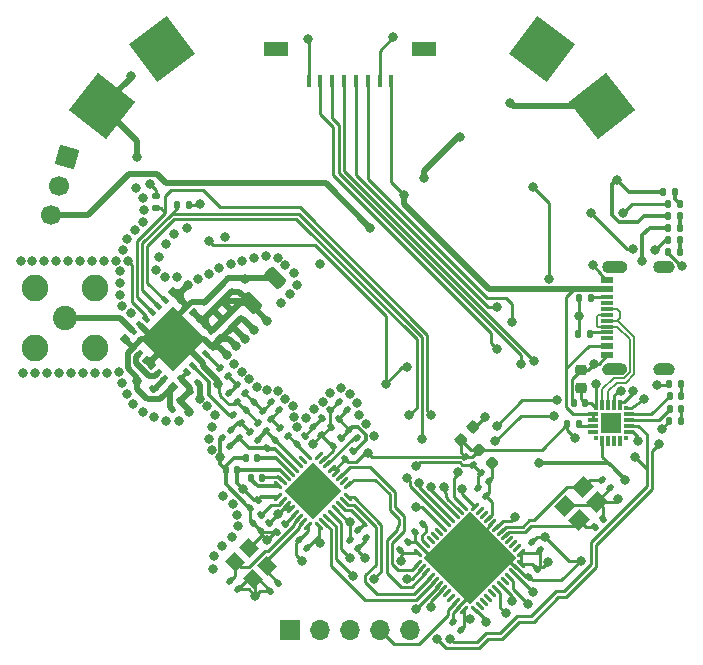
<source format=gbr>
%TF.GenerationSoftware,KiCad,Pcbnew,8.0.1*%
%TF.CreationDate,2024-09-30T12:45:28-07:00*%
%TF.ProjectId,rocketBeaconModule,726f636b-6574-4426-9561-636f6e4d6f64,rev?*%
%TF.SameCoordinates,Original*%
%TF.FileFunction,Copper,L1,Top*%
%TF.FilePolarity,Positive*%
%FSLAX46Y46*%
G04 Gerber Fmt 4.6, Leading zero omitted, Abs format (unit mm)*
G04 Created by KiCad (PCBNEW 8.0.1) date 2024-09-30 12:45:28*
%MOMM*%
%LPD*%
G01*
G04 APERTURE LIST*
G04 Aperture macros list*
%AMRoundRect*
0 Rectangle with rounded corners*
0 $1 Rounding radius*
0 $2 $3 $4 $5 $6 $7 $8 $9 X,Y pos of 4 corners*
0 Add a 4 corners polygon primitive as box body*
4,1,4,$2,$3,$4,$5,$6,$7,$8,$9,$2,$3,0*
0 Add four circle primitives for the rounded corners*
1,1,$1+$1,$2,$3*
1,1,$1+$1,$4,$5*
1,1,$1+$1,$6,$7*
1,1,$1+$1,$8,$9*
0 Add four rect primitives between the rounded corners*
20,1,$1+$1,$2,$3,$4,$5,0*
20,1,$1+$1,$4,$5,$6,$7,0*
20,1,$1+$1,$6,$7,$8,$9,0*
20,1,$1+$1,$8,$9,$2,$3,0*%
%AMHorizOval*
0 Thick line with rounded ends*
0 $1 width*
0 $2 $3 position (X,Y) of the first rounded end (center of the circle)*
0 $4 $5 position (X,Y) of the second rounded end (center of the circle)*
0 Add line between two ends*
20,1,$1,$2,$3,$4,$5,0*
0 Add two circle primitives to create the rounded ends*
1,1,$1,$2,$3*
1,1,$1,$4,$5*%
%AMRotRect*
0 Rectangle, with rotation*
0 The origin of the aperture is its center*
0 $1 length*
0 $2 width*
0 $3 Rotation angle, in degrees counterclockwise*
0 Add horizontal line*
21,1,$1,$2,0,0,$3*%
G04 Aperture macros list end*
%TA.AperFunction,EtchedComponent*%
%ADD10C,0.010000*%
%TD*%
%TA.AperFunction,SMDPad,CuDef*%
%ADD11RoundRect,0.140000X-0.219203X-0.021213X-0.021213X-0.219203X0.219203X0.021213X0.021213X0.219203X0*%
%TD*%
%TA.AperFunction,SMDPad,CuDef*%
%ADD12RoundRect,0.140000X0.219203X0.021213X0.021213X0.219203X-0.219203X-0.021213X-0.021213X-0.219203X0*%
%TD*%
%TA.AperFunction,SMDPad,CuDef*%
%ADD13RoundRect,0.140000X-0.021213X0.219203X-0.219203X0.021213X0.021213X-0.219203X0.219203X-0.021213X0*%
%TD*%
%TA.AperFunction,SMDPad,CuDef*%
%ADD14RoundRect,0.062500X0.309359X-0.220971X-0.220971X0.309359X-0.309359X0.220971X0.220971X-0.309359X0*%
%TD*%
%TA.AperFunction,SMDPad,CuDef*%
%ADD15RoundRect,0.062500X0.309359X0.220971X0.220971X0.309359X-0.309359X-0.220971X-0.220971X-0.309359X0*%
%TD*%
%TA.AperFunction,HeatsinkPad*%
%ADD16RotRect,3.450000X3.450000X135.000000*%
%TD*%
%TA.AperFunction,ComponentPad*%
%ADD17RotRect,1.700000X1.700000X344.000000*%
%TD*%
%TA.AperFunction,ComponentPad*%
%ADD18HorizOval,1.700000X0.000000X0.000000X0.000000X0.000000X0*%
%TD*%
%TA.AperFunction,SMDPad,CuDef*%
%ADD19R,0.350000X0.350000*%
%TD*%
%TA.AperFunction,SMDPad,CuDef*%
%ADD20R,0.300000X0.900000*%
%TD*%
%TA.AperFunction,SMDPad,CuDef*%
%ADD21R,0.900000X0.300000*%
%TD*%
%TA.AperFunction,SMDPad,CuDef*%
%ADD22R,1.800000X1.800000*%
%TD*%
%TA.AperFunction,SMDPad,CuDef*%
%ADD23RoundRect,0.135000X-0.135000X-0.185000X0.135000X-0.185000X0.135000X0.185000X-0.135000X0.185000X0*%
%TD*%
%TA.AperFunction,SMDPad,CuDef*%
%ADD24RoundRect,0.140000X0.021213X-0.219203X0.219203X-0.021213X-0.021213X0.219203X-0.219203X0.021213X0*%
%TD*%
%TA.AperFunction,ComponentPad*%
%ADD25R,1.700000X1.700000*%
%TD*%
%TA.AperFunction,ComponentPad*%
%ADD26O,1.700000X1.700000*%
%TD*%
%TA.AperFunction,SMDPad,CuDef*%
%ADD27R,0.400000X1.000000*%
%TD*%
%TA.AperFunction,SMDPad,CuDef*%
%ADD28R,2.000000X1.300000*%
%TD*%
%TA.AperFunction,SMDPad,CuDef*%
%ADD29RoundRect,0.140000X-0.140000X-0.170000X0.140000X-0.170000X0.140000X0.170000X-0.140000X0.170000X0*%
%TD*%
%TA.AperFunction,SMDPad,CuDef*%
%ADD30RoundRect,0.135000X-0.185000X0.135000X-0.185000X-0.135000X0.185000X-0.135000X0.185000X0.135000X0*%
%TD*%
%TA.AperFunction,SMDPad,CuDef*%
%ADD31RoundRect,0.140000X0.140000X0.170000X-0.140000X0.170000X-0.140000X-0.170000X0.140000X-0.170000X0*%
%TD*%
%TA.AperFunction,SMDPad,CuDef*%
%ADD32RoundRect,0.135000X0.135000X0.185000X-0.135000X0.185000X-0.135000X-0.185000X0.135000X-0.185000X0*%
%TD*%
%TA.AperFunction,SMDPad,CuDef*%
%ADD33RoundRect,0.062500X0.220971X0.309359X-0.309359X-0.220971X-0.220971X-0.309359X0.309359X0.220971X0*%
%TD*%
%TA.AperFunction,SMDPad,CuDef*%
%ADD34RoundRect,0.062500X-0.220971X0.309359X-0.309359X0.220971X0.220971X-0.309359X0.309359X-0.220971X0*%
%TD*%
%TA.AperFunction,HeatsinkPad*%
%ADD35RotRect,5.600000X5.600000X225.000000*%
%TD*%
%TA.AperFunction,SMDPad,CuDef*%
%ADD36RoundRect,0.147500X-0.147500X-0.172500X0.147500X-0.172500X0.147500X0.172500X-0.147500X0.172500X0*%
%TD*%
%TA.AperFunction,ComponentPad*%
%ADD37RotRect,4.000000X4.000000X37.000000*%
%TD*%
%TA.AperFunction,ComponentPad*%
%ADD38C,2.050000*%
%TD*%
%TA.AperFunction,ComponentPad*%
%ADD39C,2.250000*%
%TD*%
%TA.AperFunction,ComponentPad*%
%ADD40RotRect,4.000000X4.000000X52.000000*%
%TD*%
%TA.AperFunction,SMDPad,CuDef*%
%ADD41RoundRect,0.147500X0.147500X0.172500X-0.147500X0.172500X-0.147500X-0.172500X0.147500X-0.172500X0*%
%TD*%
%TA.AperFunction,SMDPad,CuDef*%
%ADD42RoundRect,0.225000X0.250000X-0.225000X0.250000X0.225000X-0.250000X0.225000X-0.250000X-0.225000X0*%
%TD*%
%TA.AperFunction,SMDPad,CuDef*%
%ADD43RoundRect,0.250000X-0.229810X0.689429X-0.689429X0.229810X0.229810X-0.689429X0.689429X-0.229810X0*%
%TD*%
%TA.AperFunction,SMDPad,CuDef*%
%ADD44RoundRect,0.218750X0.335876X0.026517X0.026517X0.335876X-0.335876X-0.026517X-0.026517X-0.335876X0*%
%TD*%
%TA.AperFunction,SMDPad,CuDef*%
%ADD45RotRect,0.609600X0.609600X315.000000*%
%TD*%
%TA.AperFunction,SMDPad,CuDef*%
%ADD46RotRect,0.457200X0.609600X45.000000*%
%TD*%
%TA.AperFunction,SMDPad,CuDef*%
%ADD47RotRect,0.457200X0.609600X315.000000*%
%TD*%
%TA.AperFunction,SMDPad,CuDef*%
%ADD48RotRect,3.886200X3.886200X315.000000*%
%TD*%
%TA.AperFunction,SMDPad,CuDef*%
%ADD49RotRect,1.300000X1.100000X315.000000*%
%TD*%
%TA.AperFunction,SMDPad,CuDef*%
%ADD50R,1.140000X0.600000*%
%TD*%
%TA.AperFunction,SMDPad,CuDef*%
%ADD51R,1.140000X0.300000*%
%TD*%
%TA.AperFunction,ComponentPad*%
%ADD52C,0.900000*%
%TD*%
%TA.AperFunction,SMDPad,CuDef*%
%ADD53RotRect,1.400000X1.200000X45.000000*%
%TD*%
%TA.AperFunction,SMDPad,CuDef*%
%ADD54RoundRect,0.225000X0.017678X-0.335876X0.335876X-0.017678X-0.017678X0.335876X-0.335876X0.017678X0*%
%TD*%
%TA.AperFunction,ComponentPad*%
%ADD55RotRect,4.000000X4.000000X143.000000*%
%TD*%
%TA.AperFunction,ComponentPad*%
%ADD56RotRect,4.000000X4.000000X128.000000*%
%TD*%
%TA.AperFunction,ViaPad*%
%ADD57C,0.800000*%
%TD*%
%TA.AperFunction,Conductor*%
%ADD58C,0.250000*%
%TD*%
%TA.AperFunction,Conductor*%
%ADD59C,0.500000*%
%TD*%
%TA.AperFunction,Conductor*%
%ADD60C,0.300000*%
%TD*%
%TA.AperFunction,Conductor*%
%ADD61C,0.200000*%
%TD*%
G04 APERTURE END LIST*
D10*
%TO.C,J1*%
X94805000Y-121971001D02*
X94829000Y-121972000D01*
X94852000Y-121973000D01*
X94875000Y-121977000D01*
X94899000Y-121981000D01*
X94921000Y-121986000D01*
X94944000Y-121993000D01*
X94966000Y-122001000D01*
X94988000Y-122010000D01*
X95009000Y-122020000D01*
X95030000Y-122031000D01*
X95050001Y-122044000D01*
X95070000Y-122057000D01*
X95088000Y-122071000D01*
X95106000Y-122087000D01*
X95123000Y-122103000D01*
X95139000Y-122120000D01*
X95155000Y-122138000D01*
X95169000Y-122156000D01*
X95182000Y-122176000D01*
X95195000Y-122196000D01*
X95206000Y-122217000D01*
X95216000Y-122238000D01*
X95225000Y-122260000D01*
X95233000Y-122282000D01*
X95240000Y-122305000D01*
X95245000Y-122327001D01*
X95249000Y-122351000D01*
X95253000Y-122374000D01*
X95254000Y-122397000D01*
X95255000Y-122421000D01*
X95254000Y-122445000D01*
X95253000Y-122468000D01*
X95249000Y-122491001D01*
X95245000Y-122515000D01*
X95239999Y-122537000D01*
X95233000Y-122560000D01*
X95225000Y-122582000D01*
X95216000Y-122604000D01*
X95206000Y-122625000D01*
X95195000Y-122646000D01*
X95182000Y-122666000D01*
X95169000Y-122686000D01*
X95155000Y-122704000D01*
X95139000Y-122722000D01*
X95123000Y-122739001D01*
X95106000Y-122755000D01*
X95088000Y-122771000D01*
X95070000Y-122785000D01*
X95050000Y-122798000D01*
X95030000Y-122811000D01*
X95009000Y-122822000D01*
X94988000Y-122832000D01*
X94966001Y-122841000D01*
X94944000Y-122849000D01*
X94921000Y-122856000D01*
X94899000Y-122861000D01*
X94875000Y-122865001D01*
X94851999Y-122869000D01*
X94829000Y-122870000D01*
X94805000Y-122871000D01*
X93705000Y-122871000D01*
X93681000Y-122870001D01*
X93658000Y-122869000D01*
X93635000Y-122865000D01*
X93611000Y-122861000D01*
X93589000Y-122856000D01*
X93566000Y-122849000D01*
X93544000Y-122841000D01*
X93522000Y-122832001D01*
X93501000Y-122822000D01*
X93480000Y-122811000D01*
X93460000Y-122798000D01*
X93440000Y-122785000D01*
X93422000Y-122771000D01*
X93404000Y-122755000D01*
X93387000Y-122739000D01*
X93371000Y-122722000D01*
X93355000Y-122704000D01*
X93341001Y-122686000D01*
X93328000Y-122666000D01*
X93315000Y-122646000D01*
X93304000Y-122625000D01*
X93294000Y-122604000D01*
X93285001Y-122582000D01*
X93277000Y-122560000D01*
X93270000Y-122537000D01*
X93265000Y-122515000D01*
X93261000Y-122491000D01*
X93257000Y-122468000D01*
X93256000Y-122445000D01*
X93255000Y-122421000D01*
X93256000Y-122397001D01*
X93257000Y-122374000D01*
X93261000Y-122351000D01*
X93265000Y-122327000D01*
X93270000Y-122305000D01*
X93277000Y-122282000D01*
X93285000Y-122260000D01*
X93294000Y-122238001D01*
X93304000Y-122217000D01*
X93315000Y-122196000D01*
X93328000Y-122176000D01*
X93341000Y-122156000D01*
X93355001Y-122138000D01*
X93371000Y-122120000D01*
X93387000Y-122103000D01*
X93404000Y-122087000D01*
X93422000Y-122071000D01*
X93440000Y-122057000D01*
X93460000Y-122044000D01*
X93479999Y-122031000D01*
X93501000Y-122020000D01*
X93522000Y-122010000D01*
X93544000Y-122001000D01*
X93566000Y-121993000D01*
X93589000Y-121986000D01*
X93611000Y-121981000D01*
X93635000Y-121977000D01*
X93658000Y-121973000D01*
X93681000Y-121972000D01*
X93705000Y-121971000D01*
X94805000Y-121971001D01*
%TA.AperFunction,EtchedComponent*%
G36*
X94805000Y-121971001D02*
G01*
X94829000Y-121972000D01*
X94852000Y-121973000D01*
X94875000Y-121977000D01*
X94899000Y-121981000D01*
X94921000Y-121986000D01*
X94944000Y-121993000D01*
X94966000Y-122001000D01*
X94988000Y-122010000D01*
X95009000Y-122020000D01*
X95030000Y-122031000D01*
X95050001Y-122044000D01*
X95070000Y-122057000D01*
X95088000Y-122071000D01*
X95106000Y-122087000D01*
X95123000Y-122103000D01*
X95139000Y-122120000D01*
X95155000Y-122138000D01*
X95169000Y-122156000D01*
X95182000Y-122176000D01*
X95195000Y-122196000D01*
X95206000Y-122217000D01*
X95216000Y-122238000D01*
X95225000Y-122260000D01*
X95233000Y-122282000D01*
X95240000Y-122305000D01*
X95245000Y-122327001D01*
X95249000Y-122351000D01*
X95253000Y-122374000D01*
X95254000Y-122397000D01*
X95255000Y-122421000D01*
X95254000Y-122445000D01*
X95253000Y-122468000D01*
X95249000Y-122491001D01*
X95245000Y-122515000D01*
X95239999Y-122537000D01*
X95233000Y-122560000D01*
X95225000Y-122582000D01*
X95216000Y-122604000D01*
X95206000Y-122625000D01*
X95195000Y-122646000D01*
X95182000Y-122666000D01*
X95169000Y-122686000D01*
X95155000Y-122704000D01*
X95139000Y-122722000D01*
X95123000Y-122739001D01*
X95106000Y-122755000D01*
X95088000Y-122771000D01*
X95070000Y-122785000D01*
X95050000Y-122798000D01*
X95030000Y-122811000D01*
X95009000Y-122822000D01*
X94988000Y-122832000D01*
X94966001Y-122841000D01*
X94944000Y-122849000D01*
X94921000Y-122856000D01*
X94899000Y-122861000D01*
X94875000Y-122865001D01*
X94851999Y-122869000D01*
X94829000Y-122870000D01*
X94805000Y-122871000D01*
X93705000Y-122871000D01*
X93681000Y-122870001D01*
X93658000Y-122869000D01*
X93635000Y-122865000D01*
X93611000Y-122861000D01*
X93589000Y-122856000D01*
X93566000Y-122849000D01*
X93544000Y-122841000D01*
X93522000Y-122832001D01*
X93501000Y-122822000D01*
X93480000Y-122811000D01*
X93460000Y-122798000D01*
X93440000Y-122785000D01*
X93422000Y-122771000D01*
X93404000Y-122755000D01*
X93387000Y-122739000D01*
X93371000Y-122722000D01*
X93355000Y-122704000D01*
X93341001Y-122686000D01*
X93328000Y-122666000D01*
X93315000Y-122646000D01*
X93304000Y-122625000D01*
X93294000Y-122604000D01*
X93285001Y-122582000D01*
X93277000Y-122560000D01*
X93270000Y-122537000D01*
X93265000Y-122515000D01*
X93261000Y-122491000D01*
X93257000Y-122468000D01*
X93256000Y-122445000D01*
X93255000Y-122421000D01*
X93256000Y-122397001D01*
X93257000Y-122374000D01*
X93261000Y-122351000D01*
X93265000Y-122327000D01*
X93270000Y-122305000D01*
X93277000Y-122282000D01*
X93285000Y-122260000D01*
X93294000Y-122238001D01*
X93304000Y-122217000D01*
X93315000Y-122196000D01*
X93328000Y-122176000D01*
X93341000Y-122156000D01*
X93355001Y-122138000D01*
X93371000Y-122120000D01*
X93387000Y-122103000D01*
X93404000Y-122087000D01*
X93422000Y-122071000D01*
X93440000Y-122057000D01*
X93460000Y-122044000D01*
X93479999Y-122031000D01*
X93501000Y-122020000D01*
X93522000Y-122010000D01*
X93544000Y-122001000D01*
X93566000Y-121993000D01*
X93589000Y-121986000D01*
X93611000Y-121981000D01*
X93635000Y-121977000D01*
X93658000Y-121973000D01*
X93681000Y-121972000D01*
X93705000Y-121971000D01*
X94805000Y-121971001D01*
G37*
%TD.AperFunction*%
X94829000Y-130622000D02*
X94851999Y-130623000D01*
X94875000Y-130626999D01*
X94899000Y-130631000D01*
X94921000Y-130636000D01*
X94944000Y-130643000D01*
X94966001Y-130651000D01*
X94988000Y-130660000D01*
X95009000Y-130670000D01*
X95030000Y-130681000D01*
X95050000Y-130694000D01*
X95070000Y-130707000D01*
X95088000Y-130721000D01*
X95106000Y-130737000D01*
X95123000Y-130752999D01*
X95139000Y-130770000D01*
X95155000Y-130788000D01*
X95169000Y-130806000D01*
X95182000Y-130826000D01*
X95195000Y-130846000D01*
X95206000Y-130867000D01*
X95216000Y-130888000D01*
X95225000Y-130910000D01*
X95233000Y-130932000D01*
X95239999Y-130955000D01*
X95245000Y-130977000D01*
X95249000Y-131000999D01*
X95253000Y-131024000D01*
X95254000Y-131047000D01*
X95255000Y-131071000D01*
X95254000Y-131095000D01*
X95253000Y-131118000D01*
X95249000Y-131141000D01*
X95245000Y-131164999D01*
X95240000Y-131187000D01*
X95233000Y-131210000D01*
X95225000Y-131232000D01*
X95216000Y-131254000D01*
X95206000Y-131275000D01*
X95195000Y-131296000D01*
X95182000Y-131316000D01*
X95169000Y-131336000D01*
X95155000Y-131354000D01*
X95139000Y-131372000D01*
X95123000Y-131389000D01*
X95106000Y-131405000D01*
X95088000Y-131421000D01*
X95070000Y-131435000D01*
X95050001Y-131448000D01*
X95030000Y-131461000D01*
X95009000Y-131472000D01*
X94988000Y-131482000D01*
X94966000Y-131491000D01*
X94944000Y-131499000D01*
X94921000Y-131506000D01*
X94899000Y-131511000D01*
X94875000Y-131515000D01*
X94852000Y-131519000D01*
X94829000Y-131520000D01*
X94805000Y-131520999D01*
X93705000Y-131521000D01*
X93681000Y-131520000D01*
X93658000Y-131519000D01*
X93635000Y-131515000D01*
X93611000Y-131511000D01*
X93589000Y-131506000D01*
X93566000Y-131499000D01*
X93544000Y-131491000D01*
X93522000Y-131482000D01*
X93501000Y-131472000D01*
X93479999Y-131461000D01*
X93460000Y-131448000D01*
X93440000Y-131435000D01*
X93422000Y-131421000D01*
X93404000Y-131405000D01*
X93387000Y-131389000D01*
X93371000Y-131372000D01*
X93355001Y-131354000D01*
X93341000Y-131336000D01*
X93328000Y-131316000D01*
X93315000Y-131296000D01*
X93304000Y-131275000D01*
X93294000Y-131253999D01*
X93285000Y-131232000D01*
X93277000Y-131210000D01*
X93270000Y-131187000D01*
X93265000Y-131165000D01*
X93261000Y-131141000D01*
X93257000Y-131118000D01*
X93256000Y-131094999D01*
X93255000Y-131071000D01*
X93256000Y-131047000D01*
X93257000Y-131024000D01*
X93261000Y-131001000D01*
X93265000Y-130977000D01*
X93270000Y-130955000D01*
X93277000Y-130932000D01*
X93285001Y-130910000D01*
X93294000Y-130888000D01*
X93304000Y-130867000D01*
X93315000Y-130846000D01*
X93328000Y-130826000D01*
X93341001Y-130806000D01*
X93355000Y-130788000D01*
X93371000Y-130770000D01*
X93387000Y-130753000D01*
X93404000Y-130737000D01*
X93422000Y-130721000D01*
X93440000Y-130707000D01*
X93460000Y-130694000D01*
X93480000Y-130681000D01*
X93501000Y-130670000D01*
X93522000Y-130659999D01*
X93544000Y-130651000D01*
X93566000Y-130643000D01*
X93589000Y-130636000D01*
X93611000Y-130631000D01*
X93635000Y-130627000D01*
X93658000Y-130623000D01*
X93681000Y-130621999D01*
X93705000Y-130621000D01*
X94805000Y-130621000D01*
X94829000Y-130622000D01*
%TA.AperFunction,EtchedComponent*%
G36*
X94829000Y-130622000D02*
G01*
X94851999Y-130623000D01*
X94875000Y-130626999D01*
X94899000Y-130631000D01*
X94921000Y-130636000D01*
X94944000Y-130643000D01*
X94966001Y-130651000D01*
X94988000Y-130660000D01*
X95009000Y-130670000D01*
X95030000Y-130681000D01*
X95050000Y-130694000D01*
X95070000Y-130707000D01*
X95088000Y-130721000D01*
X95106000Y-130737000D01*
X95123000Y-130752999D01*
X95139000Y-130770000D01*
X95155000Y-130788000D01*
X95169000Y-130806000D01*
X95182000Y-130826000D01*
X95195000Y-130846000D01*
X95206000Y-130867000D01*
X95216000Y-130888000D01*
X95225000Y-130910000D01*
X95233000Y-130932000D01*
X95239999Y-130955000D01*
X95245000Y-130977000D01*
X95249000Y-131000999D01*
X95253000Y-131024000D01*
X95254000Y-131047000D01*
X95255000Y-131071000D01*
X95254000Y-131095000D01*
X95253000Y-131118000D01*
X95249000Y-131141000D01*
X95245000Y-131164999D01*
X95240000Y-131187000D01*
X95233000Y-131210000D01*
X95225000Y-131232000D01*
X95216000Y-131254000D01*
X95206000Y-131275000D01*
X95195000Y-131296000D01*
X95182000Y-131316000D01*
X95169000Y-131336000D01*
X95155000Y-131354000D01*
X95139000Y-131372000D01*
X95123000Y-131389000D01*
X95106000Y-131405000D01*
X95088000Y-131421000D01*
X95070000Y-131435000D01*
X95050001Y-131448000D01*
X95030000Y-131461000D01*
X95009000Y-131472000D01*
X94988000Y-131482000D01*
X94966000Y-131491000D01*
X94944000Y-131499000D01*
X94921000Y-131506000D01*
X94899000Y-131511000D01*
X94875000Y-131515000D01*
X94852000Y-131519000D01*
X94829000Y-131520000D01*
X94805000Y-131520999D01*
X93705000Y-131521000D01*
X93681000Y-131520000D01*
X93658000Y-131519000D01*
X93635000Y-131515000D01*
X93611000Y-131511000D01*
X93589000Y-131506000D01*
X93566000Y-131499000D01*
X93544000Y-131491000D01*
X93522000Y-131482000D01*
X93501000Y-131472000D01*
X93479999Y-131461000D01*
X93460000Y-131448000D01*
X93440000Y-131435000D01*
X93422000Y-131421000D01*
X93404000Y-131405000D01*
X93387000Y-131389000D01*
X93371000Y-131372000D01*
X93355001Y-131354000D01*
X93341000Y-131336000D01*
X93328000Y-131316000D01*
X93315000Y-131296000D01*
X93304000Y-131275000D01*
X93294000Y-131253999D01*
X93285000Y-131232000D01*
X93277000Y-131210000D01*
X93270000Y-131187000D01*
X93265000Y-131165000D01*
X93261000Y-131141000D01*
X93257000Y-131118000D01*
X93256000Y-131094999D01*
X93255000Y-131071000D01*
X93256000Y-131047000D01*
X93257000Y-131024000D01*
X93261000Y-131001000D01*
X93265000Y-130977000D01*
X93270000Y-130955000D01*
X93277000Y-130932000D01*
X93285001Y-130910000D01*
X93294000Y-130888000D01*
X93304000Y-130867000D01*
X93315000Y-130846000D01*
X93328000Y-130826000D01*
X93341001Y-130806000D01*
X93355000Y-130788000D01*
X93371000Y-130770000D01*
X93387000Y-130753000D01*
X93404000Y-130737000D01*
X93422000Y-130721000D01*
X93440000Y-130707000D01*
X93460000Y-130694000D01*
X93480000Y-130681000D01*
X93501000Y-130670000D01*
X93522000Y-130659999D01*
X93544000Y-130651000D01*
X93566000Y-130643000D01*
X93589000Y-130636000D01*
X93611000Y-130631000D01*
X93635000Y-130627000D01*
X93658000Y-130623000D01*
X93681000Y-130621999D01*
X93705000Y-130621000D01*
X94805000Y-130621000D01*
X94829000Y-130622000D01*
G37*
%TD.AperFunction*%
X98849000Y-121972000D02*
X98872000Y-121973000D01*
X98895000Y-121977000D01*
X98919000Y-121981000D01*
X98941000Y-121986000D01*
X98964000Y-121993000D01*
X98986000Y-122001000D01*
X99008000Y-122010000D01*
X99029000Y-122020000D01*
X99050000Y-122031000D01*
X99070000Y-122044000D01*
X99090000Y-122057000D01*
X99108000Y-122071000D01*
X99125999Y-122087000D01*
X99143000Y-122103000D01*
X99158999Y-122120000D01*
X99175000Y-122138000D01*
X99189000Y-122155999D01*
X99202000Y-122176000D01*
X99215000Y-122196001D01*
X99226000Y-122217000D01*
X99236000Y-122238000D01*
X99245001Y-122260000D01*
X99253000Y-122282000D01*
X99260000Y-122305000D01*
X99265000Y-122327000D01*
X99269000Y-122351000D01*
X99273000Y-122374000D01*
X99274000Y-122397000D01*
X99275000Y-122421000D01*
X99274000Y-122445000D01*
X99273000Y-122468000D01*
X99269000Y-122491001D01*
X99265000Y-122515000D01*
X99260000Y-122537000D01*
X99252999Y-122560000D01*
X99245000Y-122582000D01*
X99236000Y-122604000D01*
X99226000Y-122624999D01*
X99215000Y-122646000D01*
X99202000Y-122666000D01*
X99189000Y-122686000D01*
X99175000Y-122703999D01*
X99159000Y-122722000D01*
X99143000Y-122739000D01*
X99126000Y-122755000D01*
X99107999Y-122771000D01*
X99090000Y-122785000D01*
X99069999Y-122798000D01*
X99050000Y-122811000D01*
X99029000Y-122821999D01*
X99008000Y-122832000D01*
X98986000Y-122841000D01*
X98964000Y-122848999D01*
X98941000Y-122856001D01*
X98919000Y-122861000D01*
X98895000Y-122865000D01*
X98872000Y-122869000D01*
X98849000Y-122870000D01*
X98825000Y-122871000D01*
X98025000Y-122871000D01*
X98001000Y-122870000D01*
X97978000Y-122869000D01*
X97955000Y-122865000D01*
X97931000Y-122861000D01*
X97909000Y-122856001D01*
X97886000Y-122848999D01*
X97864000Y-122841000D01*
X97842000Y-122832000D01*
X97821000Y-122821999D01*
X97800000Y-122811000D01*
X97780001Y-122798000D01*
X97760000Y-122785000D01*
X97742001Y-122771000D01*
X97724000Y-122755000D01*
X97707000Y-122739000D01*
X97691000Y-122722000D01*
X97675000Y-122703999D01*
X97661000Y-122686000D01*
X97648000Y-122666000D01*
X97635000Y-122646000D01*
X97624000Y-122624999D01*
X97614000Y-122604000D01*
X97605000Y-122582000D01*
X97597001Y-122560000D01*
X97590000Y-122537000D01*
X97585000Y-122515000D01*
X97581000Y-122491001D01*
X97577000Y-122468000D01*
X97576000Y-122445000D01*
X97575000Y-122421000D01*
X97576000Y-122397000D01*
X97577000Y-122374000D01*
X97581000Y-122351000D01*
X97585000Y-122327000D01*
X97590000Y-122305000D01*
X97597000Y-122282000D01*
X97604999Y-122260000D01*
X97614000Y-122238000D01*
X97624000Y-122217000D01*
X97635000Y-122196001D01*
X97648000Y-122176000D01*
X97661000Y-122155999D01*
X97675000Y-122138000D01*
X97691001Y-122120000D01*
X97707000Y-122103000D01*
X97724001Y-122087000D01*
X97742000Y-122071000D01*
X97760000Y-122057000D01*
X97780000Y-122044000D01*
X97800000Y-122031000D01*
X97821000Y-122020000D01*
X97842000Y-122010000D01*
X97864000Y-122001000D01*
X97886000Y-121993000D01*
X97909000Y-121986000D01*
X97931000Y-121981000D01*
X97955000Y-121977000D01*
X97978000Y-121973000D01*
X98001000Y-121972000D01*
X98025000Y-121971000D01*
X98825000Y-121971000D01*
X98849000Y-121972000D01*
%TA.AperFunction,EtchedComponent*%
G36*
X98849000Y-121972000D02*
G01*
X98872000Y-121973000D01*
X98895000Y-121977000D01*
X98919000Y-121981000D01*
X98941000Y-121986000D01*
X98964000Y-121993000D01*
X98986000Y-122001000D01*
X99008000Y-122010000D01*
X99029000Y-122020000D01*
X99050000Y-122031000D01*
X99070000Y-122044000D01*
X99090000Y-122057000D01*
X99108000Y-122071000D01*
X99125999Y-122087000D01*
X99143000Y-122103000D01*
X99158999Y-122120000D01*
X99175000Y-122138000D01*
X99189000Y-122155999D01*
X99202000Y-122176000D01*
X99215000Y-122196001D01*
X99226000Y-122217000D01*
X99236000Y-122238000D01*
X99245001Y-122260000D01*
X99253000Y-122282000D01*
X99260000Y-122305000D01*
X99265000Y-122327000D01*
X99269000Y-122351000D01*
X99273000Y-122374000D01*
X99274000Y-122397000D01*
X99275000Y-122421000D01*
X99274000Y-122445000D01*
X99273000Y-122468000D01*
X99269000Y-122491001D01*
X99265000Y-122515000D01*
X99260000Y-122537000D01*
X99252999Y-122560000D01*
X99245000Y-122582000D01*
X99236000Y-122604000D01*
X99226000Y-122624999D01*
X99215000Y-122646000D01*
X99202000Y-122666000D01*
X99189000Y-122686000D01*
X99175000Y-122703999D01*
X99159000Y-122722000D01*
X99143000Y-122739000D01*
X99126000Y-122755000D01*
X99107999Y-122771000D01*
X99090000Y-122785000D01*
X99069999Y-122798000D01*
X99050000Y-122811000D01*
X99029000Y-122821999D01*
X99008000Y-122832000D01*
X98986000Y-122841000D01*
X98964000Y-122848999D01*
X98941000Y-122856001D01*
X98919000Y-122861000D01*
X98895000Y-122865000D01*
X98872000Y-122869000D01*
X98849000Y-122870000D01*
X98825000Y-122871000D01*
X98025000Y-122871000D01*
X98001000Y-122870000D01*
X97978000Y-122869000D01*
X97955000Y-122865000D01*
X97931000Y-122861000D01*
X97909000Y-122856001D01*
X97886000Y-122848999D01*
X97864000Y-122841000D01*
X97842000Y-122832000D01*
X97821000Y-122821999D01*
X97800000Y-122811000D01*
X97780001Y-122798000D01*
X97760000Y-122785000D01*
X97742001Y-122771000D01*
X97724000Y-122755000D01*
X97707000Y-122739000D01*
X97691000Y-122722000D01*
X97675000Y-122703999D01*
X97661000Y-122686000D01*
X97648000Y-122666000D01*
X97635000Y-122646000D01*
X97624000Y-122624999D01*
X97614000Y-122604000D01*
X97605000Y-122582000D01*
X97597001Y-122560000D01*
X97590000Y-122537000D01*
X97585000Y-122515000D01*
X97581000Y-122491001D01*
X97577000Y-122468000D01*
X97576000Y-122445000D01*
X97575000Y-122421000D01*
X97576000Y-122397000D01*
X97577000Y-122374000D01*
X97581000Y-122351000D01*
X97585000Y-122327000D01*
X97590000Y-122305000D01*
X97597000Y-122282000D01*
X97604999Y-122260000D01*
X97614000Y-122238000D01*
X97624000Y-122217000D01*
X97635000Y-122196001D01*
X97648000Y-122176000D01*
X97661000Y-122155999D01*
X97675000Y-122138000D01*
X97691001Y-122120000D01*
X97707000Y-122103000D01*
X97724001Y-122087000D01*
X97742000Y-122071000D01*
X97760000Y-122057000D01*
X97780000Y-122044000D01*
X97800000Y-122031000D01*
X97821000Y-122020000D01*
X97842000Y-122010000D01*
X97864000Y-122001000D01*
X97886000Y-121993000D01*
X97909000Y-121986000D01*
X97931000Y-121981000D01*
X97955000Y-121977000D01*
X97978000Y-121973000D01*
X98001000Y-121972000D01*
X98025000Y-121971000D01*
X98825000Y-121971000D01*
X98849000Y-121972000D01*
G37*
%TD.AperFunction*%
X98849000Y-130622000D02*
X98872000Y-130623000D01*
X98895000Y-130627000D01*
X98919000Y-130631000D01*
X98941000Y-130635999D01*
X98964000Y-130643001D01*
X98986000Y-130651000D01*
X99008000Y-130660000D01*
X99029000Y-130670001D01*
X99050000Y-130681000D01*
X99069999Y-130694000D01*
X99090000Y-130707000D01*
X99107999Y-130721000D01*
X99126000Y-130737000D01*
X99143000Y-130753000D01*
X99159000Y-130770000D01*
X99175000Y-130788001D01*
X99189000Y-130806000D01*
X99202000Y-130826000D01*
X99215000Y-130846000D01*
X99226000Y-130867001D01*
X99236000Y-130888000D01*
X99245000Y-130910000D01*
X99252999Y-130932000D01*
X99260000Y-130955000D01*
X99265000Y-130977000D01*
X99269000Y-131000999D01*
X99273000Y-131024000D01*
X99274000Y-131047000D01*
X99275000Y-131071000D01*
X99274000Y-131095000D01*
X99273000Y-131118000D01*
X99269000Y-131141000D01*
X99265000Y-131165000D01*
X99260000Y-131187000D01*
X99253000Y-131210000D01*
X99245001Y-131232000D01*
X99236000Y-131254000D01*
X99226000Y-131275000D01*
X99215000Y-131295999D01*
X99202000Y-131316000D01*
X99189000Y-131336001D01*
X99175000Y-131354000D01*
X99158999Y-131372000D01*
X99143000Y-131389000D01*
X99125999Y-131405000D01*
X99108000Y-131421000D01*
X99090000Y-131435000D01*
X99070000Y-131448000D01*
X99050000Y-131461000D01*
X99029000Y-131472000D01*
X99008000Y-131482000D01*
X98986000Y-131491000D01*
X98964000Y-131499000D01*
X98941000Y-131506000D01*
X98919000Y-131511000D01*
X98895000Y-131515000D01*
X98872000Y-131519000D01*
X98849000Y-131520000D01*
X98825000Y-131521000D01*
X98025000Y-131521000D01*
X98001000Y-131520000D01*
X97978000Y-131519000D01*
X97955000Y-131515000D01*
X97931000Y-131511000D01*
X97909000Y-131506000D01*
X97886000Y-131499000D01*
X97864000Y-131491000D01*
X97842000Y-131482000D01*
X97821000Y-131472000D01*
X97800000Y-131461000D01*
X97780000Y-131448000D01*
X97760000Y-131435000D01*
X97742000Y-131421000D01*
X97724001Y-131405000D01*
X97707000Y-131389000D01*
X97691001Y-131372000D01*
X97675000Y-131354000D01*
X97661000Y-131336001D01*
X97648000Y-131316000D01*
X97635000Y-131295999D01*
X97624000Y-131275000D01*
X97614000Y-131254000D01*
X97604999Y-131232000D01*
X97597000Y-131210000D01*
X97590000Y-131187000D01*
X97585000Y-131165000D01*
X97581000Y-131141000D01*
X97577000Y-131118000D01*
X97576000Y-131095000D01*
X97575000Y-131071000D01*
X97576000Y-131047000D01*
X97577000Y-131024000D01*
X97581000Y-131000999D01*
X97585000Y-130977000D01*
X97590000Y-130955000D01*
X97597001Y-130932000D01*
X97605000Y-130910000D01*
X97614000Y-130888000D01*
X97624000Y-130867001D01*
X97635000Y-130846000D01*
X97648000Y-130826000D01*
X97661000Y-130806000D01*
X97675000Y-130788001D01*
X97691000Y-130770000D01*
X97707000Y-130753000D01*
X97724000Y-130737000D01*
X97742001Y-130721000D01*
X97760000Y-130707000D01*
X97780001Y-130694000D01*
X97800000Y-130681000D01*
X97821000Y-130670001D01*
X97842000Y-130660000D01*
X97864000Y-130651000D01*
X97886000Y-130643001D01*
X97909000Y-130635999D01*
X97931000Y-130631000D01*
X97955000Y-130627000D01*
X97978000Y-130623000D01*
X98001000Y-130622000D01*
X98025000Y-130621000D01*
X98825000Y-130621000D01*
X98849000Y-130622000D01*
%TA.AperFunction,EtchedComponent*%
G36*
X98849000Y-130622000D02*
G01*
X98872000Y-130623000D01*
X98895000Y-130627000D01*
X98919000Y-130631000D01*
X98941000Y-130635999D01*
X98964000Y-130643001D01*
X98986000Y-130651000D01*
X99008000Y-130660000D01*
X99029000Y-130670001D01*
X99050000Y-130681000D01*
X99069999Y-130694000D01*
X99090000Y-130707000D01*
X99107999Y-130721000D01*
X99126000Y-130737000D01*
X99143000Y-130753000D01*
X99159000Y-130770000D01*
X99175000Y-130788001D01*
X99189000Y-130806000D01*
X99202000Y-130826000D01*
X99215000Y-130846000D01*
X99226000Y-130867001D01*
X99236000Y-130888000D01*
X99245000Y-130910000D01*
X99252999Y-130932000D01*
X99260000Y-130955000D01*
X99265000Y-130977000D01*
X99269000Y-131000999D01*
X99273000Y-131024000D01*
X99274000Y-131047000D01*
X99275000Y-131071000D01*
X99274000Y-131095000D01*
X99273000Y-131118000D01*
X99269000Y-131141000D01*
X99265000Y-131165000D01*
X99260000Y-131187000D01*
X99253000Y-131210000D01*
X99245001Y-131232000D01*
X99236000Y-131254000D01*
X99226000Y-131275000D01*
X99215000Y-131295999D01*
X99202000Y-131316000D01*
X99189000Y-131336001D01*
X99175000Y-131354000D01*
X99158999Y-131372000D01*
X99143000Y-131389000D01*
X99125999Y-131405000D01*
X99108000Y-131421000D01*
X99090000Y-131435000D01*
X99070000Y-131448000D01*
X99050000Y-131461000D01*
X99029000Y-131472000D01*
X99008000Y-131482000D01*
X98986000Y-131491000D01*
X98964000Y-131499000D01*
X98941000Y-131506000D01*
X98919000Y-131511000D01*
X98895000Y-131515000D01*
X98872000Y-131519000D01*
X98849000Y-131520000D01*
X98825000Y-131521000D01*
X98025000Y-131521000D01*
X98001000Y-131520000D01*
X97978000Y-131519000D01*
X97955000Y-131515000D01*
X97931000Y-131511000D01*
X97909000Y-131506000D01*
X97886000Y-131499000D01*
X97864000Y-131491000D01*
X97842000Y-131482000D01*
X97821000Y-131472000D01*
X97800000Y-131461000D01*
X97780000Y-131448000D01*
X97760000Y-131435000D01*
X97742000Y-131421000D01*
X97724001Y-131405000D01*
X97707000Y-131389000D01*
X97691001Y-131372000D01*
X97675000Y-131354000D01*
X97661000Y-131336001D01*
X97648000Y-131316000D01*
X97635000Y-131295999D01*
X97624000Y-131275000D01*
X97614000Y-131254000D01*
X97604999Y-131232000D01*
X97597000Y-131210000D01*
X97590000Y-131187000D01*
X97585000Y-131165000D01*
X97581000Y-131141000D01*
X97577000Y-131118000D01*
X97576000Y-131095000D01*
X97575000Y-131071000D01*
X97576000Y-131047000D01*
X97577000Y-131024000D01*
X97581000Y-131000999D01*
X97585000Y-130977000D01*
X97590000Y-130955000D01*
X97597001Y-130932000D01*
X97605000Y-130910000D01*
X97614000Y-130888000D01*
X97624000Y-130867001D01*
X97635000Y-130846000D01*
X97648000Y-130826000D01*
X97661000Y-130806000D01*
X97675000Y-130788001D01*
X97691000Y-130770000D01*
X97707000Y-130753000D01*
X97724000Y-130737000D01*
X97742001Y-130721000D01*
X97760000Y-130707000D01*
X97780001Y-130694000D01*
X97800000Y-130681000D01*
X97821000Y-130670001D01*
X97842000Y-130660000D01*
X97864000Y-130651000D01*
X97886000Y-130643001D01*
X97909000Y-130635999D01*
X97931000Y-130631000D01*
X97955000Y-130627000D01*
X97978000Y-130623000D01*
X98001000Y-130622000D01*
X98025000Y-130621000D01*
X98825000Y-130621000D01*
X98849000Y-130622000D01*
G37*
%TD.AperFunction*%
%TD*%
D11*
%TO.P,R9,1*%
%TO.N,Net-(C26-Pad1)*%
X68782827Y-136038674D03*
%TO.P,R9,2*%
%TO.N,FEM_VPC*%
X69461649Y-136717496D03*
%TD*%
D12*
%TO.P,C7,1*%
%TO.N,FEM_VPC*%
X87969411Y-146389411D03*
%TO.P,C7,2*%
%TO.N,GND*%
X87290589Y-145710589D03*
%TD*%
D13*
%TO.P,L1,1,1*%
%TO.N,Net-(C26-Pad1)*%
X68044607Y-136776893D03*
%TO.P,L1,2,2*%
%TO.N,Net-(U3-PA)*%
X67365785Y-137455715D03*
%TD*%
D14*
%TO.P,U3,1,VDD_GUARD*%
%TO.N,FEM_VPC*%
X69268963Y-144387837D03*
%TO.P,U3,2,~{RESET}*%
%TO.N,RADIO_RESET*%
X69622516Y-144034283D03*
%TO.P,U3,3,GPIO3*%
%TO.N,RADIO_MARC_INT*%
X69976070Y-143680730D03*
%TO.P,U3,4,GPIO2*%
%TO.N,RADIO_INT*%
X70329623Y-143327176D03*
%TO.P,U3,5,DVDD*%
%TO.N,FEM_VPC*%
X70683176Y-142973623D03*
%TO.P,U3,6,DCPL*%
%TO.N,Net-(U3-DCPL)*%
X71036730Y-142620070D03*
%TO.P,U3,7,SI*%
%TO.N,SPI_MOSI*%
X71390283Y-142266516D03*
%TO.P,U3,8,SCLK*%
%TO.N,SPI2_SCK*%
X71743837Y-141912963D03*
D15*
%TO.P,U3,9,SO(GPIO1)*%
%TO.N,SPI2_MISO*%
X71743837Y-140940691D03*
%TO.P,U3,10,GPIO0*%
%TO.N,unconnected-(U3-GPIO0-Pad10)*%
X71390283Y-140587138D03*
%TO.P,U3,11,~{CS}*%
%TO.N,RADIO_CS*%
X71036730Y-140233584D03*
%TO.P,U3,12,DVDD*%
%TO.N,FEM_VPC*%
X70683176Y-139880031D03*
%TO.P,U3,13,AVDD_IF*%
X70329623Y-139526478D03*
%TO.P,U3,14,RBIAS*%
%TO.N,Net-(U3-RBIAS)*%
X69976070Y-139172924D03*
%TO.P,U3,15,AVDD_RF*%
%TO.N,FEM_VPC*%
X69622516Y-138819371D03*
%TO.P,U3,16,NC*%
%TO.N,unconnected-(U3-NC-Pad16)*%
X69268963Y-138465817D03*
D14*
%TO.P,U3,17,PA*%
%TO.N,Net-(U3-PA)*%
X68296691Y-138465817D03*
%TO.P,U3,18,TRX_SW*%
%TO.N,unconnected-(U3-TRX_SW-Pad18)*%
X67943138Y-138819371D03*
%TO.P,U3,19,LNA_P*%
%TO.N,Net-(U3-LNA_P)*%
X67589584Y-139172924D03*
%TO.P,U3,20,LNA_N*%
%TO.N,Net-(U3-LNA_N)*%
X67236031Y-139526478D03*
%TO.P,U3,21,DCPL_VCO*%
%TO.N,Net-(U3-DCPL_VCO)*%
X66882478Y-139880031D03*
%TO.P,U3,22,AVDD_SYNTH1*%
%TO.N,FEM_VPC*%
X66528924Y-140233584D03*
%TO.P,U3,23,LPF0*%
%TO.N,Net-(U3-LPF0)*%
X66175371Y-140587138D03*
%TO.P,U3,24,LPF1*%
%TO.N,Net-(U3-LPF1)*%
X65821817Y-140940691D03*
D15*
%TO.P,U3,25,AVDD_PFD_CHP*%
%TO.N,FEM_VPC*%
X65821817Y-141912963D03*
%TO.P,U3,26,DCPL_PFD_CHP*%
%TO.N,Net-(U3-DCPL_PFD_CHP)*%
X66175371Y-142266516D03*
%TO.P,U3,27,AVDD_SYNTH2*%
%TO.N,FEM_VPC*%
X66528924Y-142620070D03*
%TO.P,U3,28,AVDD_XOSC*%
X66882478Y-142973623D03*
%TO.P,U3,29,DCPL_XOSC*%
%TO.N,Net-(U3-DCPL_XOSC)*%
X67236031Y-143327176D03*
%TO.P,U3,30,XOSC_Q1*%
%TO.N,Net-(U3-XOSC_Q1)*%
X67589584Y-143680730D03*
%TO.P,U3,31,XOSC_Q2*%
%TO.N,Net-(U3-XOSC_Q2)*%
X67943138Y-144034283D03*
%TO.P,U3,32,EXT_XOSC*%
%TO.N,GND*%
X68296691Y-144387837D03*
D16*
%TO.P,U3,33,GND_EP*%
X68782827Y-141426827D03*
%TD*%
D17*
%TO.P,J6,1,Pin_1*%
%TO.N,+BATT*%
X47939985Y-113151652D03*
D18*
%TO.P,J6,2,Pin_2*%
%TO.N,/HV_SUPPLY*%
X47239865Y-115593256D03*
%TO.P,J6,3,Pin_3*%
%TO.N,VBUS*%
X46539748Y-118034859D03*
%TD*%
D13*
%TO.P,R2,1*%
%TO.N,Net-(U4-RBIAS)*%
X55203411Y-132756589D03*
%TO.P,R2,2*%
%TO.N,GND*%
X54524589Y-133435411D03*
%TD*%
D19*
%TO.P,U2,1,RS485/GPIO.1*%
%TO.N,/CP2102N_SIG2*%
X95242000Y-134412000D03*
D20*
%TO.P,U2,2,CLK/GPIO.0*%
%TO.N,/CP2102N_SIG1*%
X94742001Y-134112000D03*
%TO.P,U2,3,GND*%
%TO.N,GND*%
X94242000Y-134112000D03*
%TO.P,U2,4,D+*%
%TO.N,/D+*%
X93742000Y-134112000D03*
%TO.P,U2,5,D-*%
%TO.N,/D-*%
X93241999Y-134112000D03*
D19*
%TO.P,U2,6,VDD*%
%TO.N,FEM_VPC*%
X92742000Y-134412000D03*
D21*
%TO.P,U2,7,VREGIN*%
%TO.N,VBUS*%
X92442000Y-134911999D03*
%TO.P,U2,8,VBUS*%
X92442000Y-135412000D03*
%TO.P,U2,9,~{RST}*%
%TO.N,Net-(U2-~{RST})*%
X92442000Y-135912000D03*
%TO.P,U2,10,NC*%
%TO.N,unconnected-(U2-NC-Pad10)*%
X92442000Y-136412001D03*
D19*
%TO.P,U2,11,~{SUSPEND}*%
%TO.N,unconnected-(U2-~{SUSPEND}-Pad11)*%
X92742000Y-136912000D03*
D20*
%TO.P,U2,12,GND*%
%TO.N,GND*%
X93241999Y-137212000D03*
%TO.P,U2,13,~{WAKEUP}*%
%TO.N,unconnected-(U2-~{WAKEUP}-Pad13)*%
X93742000Y-137212000D03*
%TO.P,U2,14,SUSPEND*%
%TO.N,unconnected-(U2-SUSPEND-Pad14)*%
X94242000Y-137212000D03*
%TO.P,U2,15,~{CTS}*%
%TO.N,unconnected-(U2-~{CTS}-Pad15)*%
X94742001Y-137212000D03*
D19*
%TO.P,U2,16,~{RTS}*%
%TO.N,unconnected-(U2-~{RTS}-Pad16)*%
X95242000Y-136912000D03*
D21*
%TO.P,U2,17,RXD*%
%TO.N,/TX*%
X95542000Y-136412001D03*
%TO.P,U2,18,TXD*%
%TO.N,/RX*%
X95542000Y-135912000D03*
%TO.P,U2,19,~{RXT}/GPIO.3*%
%TO.N,/RXT*%
X95542000Y-135412000D03*
%TO.P,U2,20,~{TXT}/GPIO.2*%
%TO.N,/TXT*%
X95542000Y-134911999D03*
D22*
%TO.P,U2,EXP*%
%TO.N,N/C*%
X93992000Y-135662000D03*
%TD*%
D13*
%TO.P,C36,1*%
%TO.N,Net-(U3-XOSC_Q2)*%
X65815068Y-149210245D03*
%TO.P,C36,2*%
%TO.N,GND*%
X65136246Y-149889067D03*
%TD*%
D23*
%TO.P,R3,1*%
%TO.N,GND*%
X91184000Y-128143000D03*
%TO.P,R3,2*%
%TO.N,Net-(J1-CC1)*%
X92204000Y-128143000D03*
%TD*%
D12*
%TO.P,C11,1*%
%TO.N,+3.3VA*%
X83651411Y-140547411D03*
%TO.P,C11,2*%
%TO.N,GND*%
X82972589Y-139868589D03*
%TD*%
D24*
%TO.P,C26,1*%
%TO.N,Net-(C26-Pad1)*%
X69540846Y-135280655D03*
%TO.P,C26,2*%
%TO.N,FEM_VPC*%
X70219668Y-134601833D03*
%TD*%
D11*
%TO.P,C16,1*%
%TO.N,Net-(U3-DCPL)*%
X72558589Y-144694589D03*
%TO.P,C16,2*%
%TO.N,GND*%
X73237411Y-145373411D03*
%TD*%
D25*
%TO.P,SWD1,1,Pin_1*%
%TO.N,FEM_VPC*%
X66802000Y-153162000D03*
D26*
%TO.P,SWD1,2,Pin_2*%
%TO.N,/SWCLK*%
X69342000Y-153162000D03*
%TO.P,SWD1,3,Pin_3*%
%TO.N,GND*%
X71881999Y-153162000D03*
%TO.P,SWD1,4,Pin_4*%
%TO.N,/SWDIO*%
X74422000Y-153162000D03*
%TO.P,SWD1,5,Pin_5*%
%TO.N,/NRST*%
X76962000Y-153162000D03*
%TD*%
D23*
%TO.P,R10,1*%
%TO.N,FEM_VPC*%
X98931000Y-132334000D03*
%TO.P,R10,2*%
%TO.N,Net-(D4-A)*%
X99951000Y-132334000D03*
%TD*%
D12*
%TO.P,L7,1,1*%
%TO.N,Net-(C34-Pad1)*%
X63015664Y-133145192D03*
%TO.P,L7,2,2*%
%TO.N,Net-(C37-Pad1)*%
X62336842Y-132466370D03*
%TD*%
D11*
%TO.P,C32,1*%
%TO.N,GND*%
X61079606Y-136956498D03*
%TO.P,C32,2*%
%TO.N,Net-(U3-LNA_N)*%
X61758428Y-137635320D03*
%TD*%
D24*
%TO.P,C29,1*%
%TO.N,GND*%
X63434272Y-142824070D03*
%TO.P,C29,2*%
%TO.N,FEM_VPC*%
X64113094Y-142145248D03*
%TD*%
D12*
%TO.P,C8,1*%
%TO.N,FEM_VPC*%
X81280000Y-153162000D03*
%TO.P,C8,2*%
%TO.N,GND*%
X80601178Y-152483178D03*
%TD*%
D24*
%TO.P,C3,1*%
%TO.N,/OSC_IN*%
X92624589Y-144484411D03*
%TO.P,C3,2*%
%TO.N,GND*%
X93303411Y-143805589D03*
%TD*%
D12*
%TO.P,L6,1,1*%
%TO.N,Net-(C33-Pad1)*%
X62636655Y-135639865D03*
%TO.P,L6,2,2*%
%TO.N,Net-(U4-RX0)*%
X61957833Y-134961043D03*
%TD*%
%TO.P,C10,1*%
%TO.N,+3.3VA*%
X83397411Y-141817411D03*
%TO.P,C10,2*%
%TO.N,GND*%
X82718589Y-141138589D03*
%TD*%
D11*
%TO.P,C33,1*%
%TO.N,Net-(C33-Pad1)*%
X63414473Y-136417683D03*
%TO.P,C33,2*%
%TO.N,Net-(U3-LNA_P)*%
X64093295Y-137096505D03*
%TD*%
D27*
%TO.P,EX1,1,Pin_1*%
%TO.N,VBUS*%
X75382000Y-106693999D03*
%TO.P,EX1,2,Pin_2*%
%TO.N,FEM_VPC*%
X74382000Y-106693999D03*
%TO.P,EX1,3,Pin_3*%
%TO.N,/S1*%
X73382000Y-106693999D03*
%TO.P,EX1,4,Pin_4*%
%TO.N,/S2*%
X72382000Y-106693999D03*
%TO.P,EX1,5,Pin_5*%
%TO.N,/TX*%
X71382000Y-106693999D03*
%TO.P,EX1,6,Pin_6*%
%TO.N,/RX*%
X70382000Y-106693999D03*
%TO.P,EX1,7,Pin_7*%
%TO.N,/NRST*%
X69382000Y-106693999D03*
%TO.P,EX1,8,Pin_8*%
%TO.N,GND*%
X68382000Y-106693999D03*
D28*
%TO.P,EX1,MP*%
%TO.N,N/C*%
X78182000Y-103993999D03*
X65582000Y-103993999D03*
%TD*%
D29*
%TO.P,C20,1*%
%TO.N,GND*%
X63070800Y-138633200D03*
%TO.P,C20,2*%
%TO.N,Net-(U3-DCPL_VCO)*%
X64030800Y-138633200D03*
%TD*%
D11*
%TO.P,C37,1*%
%TO.N,Net-(C37-Pad1)*%
X61598623Y-133164992D03*
%TO.P,C37,2*%
%TO.N,GND*%
X62277445Y-133843814D03*
%TD*%
D12*
%TO.P,C39,1*%
%TO.N,GND*%
X61807411Y-127593411D03*
%TO.P,C39,2*%
%TO.N,+3V9*%
X61128589Y-126914589D03*
%TD*%
D30*
%TO.P,R15,1*%
%TO.N,GND*%
X55499000Y-116457001D03*
%TO.P,R15,2*%
%TO.N,FEM_BYP*%
X55499000Y-117476999D03*
%TD*%
D11*
%TO.P,C6,1*%
%TO.N,/OSC_OUT*%
X93259589Y-140503589D03*
%TO.P,C6,2*%
%TO.N,GND*%
X93938411Y-141182411D03*
%TD*%
D12*
%TO.P,R13,1*%
%TO.N,Net-(C37-Pad1)*%
X61578823Y-131708351D03*
%TO.P,R13,2*%
%TO.N,Net-(U4-TX)*%
X60900001Y-131029529D03*
%TD*%
D11*
%TO.P,C40,1*%
%TO.N,GND*%
X59604589Y-125390589D03*
%TO.P,C40,2*%
%TO.N,+3V9*%
X60283411Y-126069411D03*
%TD*%
D31*
%TO.P,C21,1*%
%TO.N,Net-(U3-LPF0)*%
X64465200Y-140349196D03*
%TO.P,C21,2*%
%TO.N,Net-(U3-LPF1)*%
X63505200Y-140349196D03*
%TD*%
D13*
%TO.P,C4,1*%
%TO.N,FEM_VPC*%
X87715411Y-147996589D03*
%TO.P,C4,2*%
%TO.N,GND*%
X87036589Y-148675411D03*
%TD*%
D23*
%TO.P,R11,1*%
%TO.N,FEM_VPC*%
X98931000Y-135509000D03*
%TO.P,R11,2*%
%TO.N,Net-(D5-A)*%
X99951000Y-135509000D03*
%TD*%
D24*
%TO.P,C14,1*%
%TO.N,FEM_VPC*%
X58334589Y-132927411D03*
%TO.P,C14,2*%
%TO.N,GND*%
X59013411Y-132248589D03*
%TD*%
D31*
%TO.P,C24,1*%
%TO.N,FEM_VPC*%
X62317043Y-139630776D03*
%TO.P,C24,2*%
%TO.N,GND*%
X61357043Y-139630776D03*
%TD*%
D32*
%TO.P,R5,1*%
%TO.N,Net-(D1-K)*%
X99823999Y-121158000D03*
%TO.P,R5,2*%
%TO.N,GND*%
X98804001Y-121158000D03*
%TD*%
D11*
%TO.P,C15,1*%
%TO.N,FEM_VPC*%
X71882000Y-145542000D03*
%TO.P,C15,2*%
%TO.N,GND*%
X72560822Y-146220822D03*
%TD*%
D33*
%TO.P,U1,1,VBAT*%
%TO.N,FEM_VPC*%
X86395359Y-146637087D03*
%TO.P,U1,2,PC13*%
%TO.N,unconnected-(U1-PC13-Pad2)*%
X86041806Y-146283534D03*
%TO.P,U1,3,PC14*%
%TO.N,unconnected-(U1-PC14-Pad3)*%
X85688252Y-145929980D03*
%TO.P,U1,4,PC15*%
%TO.N,unconnected-(U1-PC15-Pad4)*%
X85334699Y-145576427D03*
%TO.P,U1,5,PH0*%
%TO.N,/OSC_IN*%
X84981146Y-145222874D03*
%TO.P,U1,6,PH1*%
%TO.N,/OSC_OUT*%
X84627592Y-144869320D03*
%TO.P,U1,7,NRST*%
%TO.N,/NRST*%
X84274039Y-144515767D03*
%TO.P,U1,8,VSSA*%
%TO.N,GND*%
X83920485Y-144162213D03*
%TO.P,U1,9,VREF+*%
%TO.N,+3.3VA*%
X83566932Y-143808660D03*
%TO.P,U1,10,PA0*%
%TO.N,unconnected-(U1-PA0-Pad10)*%
X83213379Y-143455107D03*
%TO.P,U1,11,PA1*%
%TO.N,unconnected-(U1-PA1-Pad11)*%
X82859825Y-143101553D03*
%TO.P,U1,12,PA2*%
%TO.N,/CP2102N_SIG1*%
X82506272Y-142748000D03*
D34*
%TO.P,U1,13,PA3*%
%TO.N,/CP2102N_SIG2*%
X81534000Y-142748000D03*
%TO.P,U1,14,PA4*%
%TO.N,FEM_TR*%
X81180447Y-143101553D03*
%TO.P,U1,15,PA5*%
%TO.N,FEM_EN*%
X80826893Y-143455107D03*
%TO.P,U1,16,PA6*%
%TO.N,RADIO_MARC_INT*%
X80473340Y-143808660D03*
%TO.P,U1,17,PA7*%
%TO.N,RADIO_INT*%
X80119787Y-144162213D03*
%TO.P,U1,18,PB0*%
%TO.N,FEM_BYP*%
X79766233Y-144515767D03*
%TO.P,U1,19,PB1*%
%TO.N,unconnected-(U1-PB1-Pad19)*%
X79412680Y-144869320D03*
%TO.P,U1,20,PB2*%
%TO.N,unconnected-(U1-PB2-Pad20)*%
X79059126Y-145222874D03*
%TO.P,U1,21,PB10*%
%TO.N,unconnected-(U1-PB10-Pad21)*%
X78705573Y-145576427D03*
%TO.P,U1,22,VCAP1*%
%TO.N,Net-(U1-VCAP1)*%
X78352020Y-145929980D03*
%TO.P,U1,23,VSS*%
%TO.N,GND*%
X77998466Y-146283534D03*
%TO.P,U1,24,VDD*%
%TO.N,FEM_VPC*%
X77644913Y-146637087D03*
D33*
%TO.P,U1,25,PB12*%
%TO.N,RADIO_CS*%
X77644913Y-147609359D03*
%TO.P,U1,26,PB13*%
%TO.N,SPI2_SCK*%
X77998466Y-147962912D03*
%TO.P,U1,27,PB14*%
%TO.N,SPI2_MISO*%
X78352020Y-148316466D03*
%TO.P,U1,28,PB15*%
%TO.N,SPI_MOSI*%
X78705573Y-148670019D03*
%TO.P,U1,29,PA8*%
%TO.N,RADIO_RESET*%
X79059126Y-149023572D03*
%TO.P,U1,30,PA9*%
%TO.N,/TX*%
X79412680Y-149377126D03*
%TO.P,U1,31,PA10*%
%TO.N,/RX*%
X79766233Y-149730679D03*
%TO.P,U1,32,PA11*%
%TO.N,unconnected-(U1-PA11-Pad32)*%
X80119787Y-150084233D03*
%TO.P,U1,33,PA12*%
%TO.N,unconnected-(U1-PA12-Pad33)*%
X80473340Y-150437786D03*
%TO.P,U1,34,PA13*%
%TO.N,/SWDIO*%
X80826893Y-150791339D03*
%TO.P,U1,35,VSS*%
%TO.N,GND*%
X81180447Y-151144893D03*
%TO.P,U1,36,VDD*%
%TO.N,FEM_VPC*%
X81534000Y-151498446D03*
D34*
%TO.P,U1,37,PA14*%
%TO.N,/SWCLK*%
X82506272Y-151498446D03*
%TO.P,U1,38,PA15*%
%TO.N,unconnected-(U1-PA15-Pad38)*%
X82859825Y-151144893D03*
%TO.P,U1,39,PB3*%
%TO.N,unconnected-(U1-PB3-Pad39)*%
X83213379Y-150791339D03*
%TO.P,U1,40,PB4*%
%TO.N,unconnected-(U1-PB4-Pad40)*%
X83566932Y-150437786D03*
%TO.P,U1,41,PB5*%
%TO.N,unconnected-(U1-PB5-Pad41)*%
X83920485Y-150084233D03*
%TO.P,U1,42,PB6*%
%TO.N,/LED2*%
X84274039Y-149730679D03*
%TO.P,U1,43,PB7*%
%TO.N,/LED1*%
X84627592Y-149377126D03*
%TO.P,U1,44,BOOT0*%
%TO.N,unconnected-(U1-BOOT0-Pad44)*%
X84981146Y-149023572D03*
%TO.P,U1,45,PB8*%
%TO.N,/S1*%
X85334699Y-148670019D03*
%TO.P,U1,46,PB9*%
%TO.N,/S2*%
X85688252Y-148316466D03*
%TO.P,U1,47,VSS*%
%TO.N,GND*%
X86041806Y-147962912D03*
%TO.P,U1,48,VDD*%
%TO.N,FEM_VPC*%
X86395359Y-147609359D03*
D35*
%TO.P,U1,49,VSS*%
%TO.N,GND*%
X82020136Y-147123223D03*
%TD*%
D36*
%TO.P,D4,1,K*%
%TO.N,/TXT*%
X98956000Y-133350000D03*
%TO.P,D4,2,A*%
%TO.N,Net-(D4-A)*%
X99926000Y-133350000D03*
%TD*%
D37*
%TO.P,J4,1,Pin_1*%
%TO.N,+BATT*%
X56007000Y-104013000D03*
%TD*%
D36*
%TO.P,D5,1,K*%
%TO.N,/RXT*%
X98956000Y-134493000D03*
%TO.P,D5,2,A*%
%TO.N,Net-(D5-A)*%
X99926000Y-134493000D03*
%TD*%
D38*
%TO.P,P1,1,Pin_1*%
%TO.N,Net-(P1-Pin_1)*%
X47752000Y-126746000D03*
D39*
%TO.P,P1,2*%
%TO.N,N/C*%
X45212000Y-124206000D03*
X45212000Y-129286000D03*
X50292000Y-124206000D03*
X50292000Y-129286000D03*
%TD*%
D40*
%TO.P,J5,1,Pin_1*%
%TO.N,GND*%
X50927000Y-108839000D03*
%TD*%
D13*
%TO.P,C35,1*%
%TO.N,Net-(C34-Pad1)*%
X63734085Y-133903211D03*
%TO.P,C35,2*%
%TO.N,GND*%
X63055263Y-134582033D03*
%TD*%
D41*
%TO.P,D1,1,K*%
%TO.N,Net-(D1-K)*%
X99799000Y-120142000D03*
%TO.P,D1,2,A*%
%TO.N,FEM_VPC*%
X98829000Y-120142000D03*
%TD*%
%TO.P,D3,1,K*%
%TO.N,Net-(D3-K)*%
X99799000Y-119126000D03*
%TO.P,D3,2,A*%
%TO.N,/LED2*%
X98829000Y-119126000D03*
%TD*%
D42*
%TO.P,C1,1*%
%TO.N,FEM_VPC*%
X91440000Y-132728000D03*
%TO.P,C1,2*%
%TO.N,GND*%
X91440000Y-131178000D03*
%TD*%
D12*
%TO.P,L5,1,1*%
%TO.N,Net-(C30-Pad1)*%
X65190724Y-135320253D03*
%TO.P,L5,2,2*%
%TO.N,Net-(C34-Pad1)*%
X64511902Y-134641431D03*
%TD*%
D11*
%TO.P,C30,1*%
%TO.N,Net-(C30-Pad1)*%
X65948743Y-136078272D03*
%TO.P,C30,2*%
%TO.N,Net-(U3-PA)*%
X66627565Y-136757094D03*
%TD*%
D24*
%TO.P,C28,1*%
%TO.N,GND*%
X64389000Y-144780000D03*
%TO.P,C28,2*%
%TO.N,FEM_VPC*%
X65067822Y-144101178D03*
%TD*%
D12*
%TO.P,R8,1*%
%TO.N,Net-(U3-RBIAS)*%
X72514937Y-136897101D03*
%TO.P,R8,2*%
%TO.N,GND*%
X71836115Y-136218279D03*
%TD*%
D31*
%TO.P,C13,1*%
%TO.N,FEM_VPC*%
X91793000Y-133985000D03*
%TO.P,C13,2*%
%TO.N,GND*%
X90833000Y-133985000D03*
%TD*%
D11*
%TO.P,C41,1*%
%TO.N,GND*%
X60366589Y-124628589D03*
%TO.P,C41,2*%
%TO.N,+3V9*%
X61045411Y-125307411D03*
%TD*%
%TO.P,C31,1*%
%TO.N,Net-(U3-XOSC_Q1)*%
X61723748Y-149030640D03*
%TO.P,C31,2*%
%TO.N,GND*%
X62402570Y-149709462D03*
%TD*%
D43*
%TO.P,C43,1*%
%TO.N,GND*%
X65558983Y-123417017D03*
%TO.P,C43,2*%
%TO.N,+3V9*%
X63473017Y-125502983D03*
%TD*%
D11*
%TO.P,C44,1*%
%TO.N,GND*%
X61128589Y-123866589D03*
%TO.P,C44,2*%
%TO.N,+3V9*%
X61807411Y-124545411D03*
%TD*%
D23*
%TO.P,R4,1*%
%TO.N,GND*%
X91311000Y-125095000D03*
%TO.P,R4,2*%
%TO.N,Net-(J1-CC2)*%
X92331000Y-125095000D03*
%TD*%
D32*
%TO.P,R6,1*%
%TO.N,Net-(D2-K)*%
X99442999Y-116078000D03*
%TO.P,R6,2*%
%TO.N,GND*%
X98423001Y-116078000D03*
%TD*%
D13*
%TO.P,C9,1*%
%TO.N,Net-(U1-VCAP1)*%
X78063411Y-144186589D03*
%TO.P,C9,2*%
%TO.N,GND*%
X77384589Y-144865411D03*
%TD*%
D12*
%TO.P,C42,1*%
%TO.N,GND*%
X62569411Y-126831411D03*
%TO.P,C42,2*%
%TO.N,+3V9*%
X61890589Y-126152589D03*
%TD*%
D44*
%TO.P,FB1,1*%
%TO.N,+3.3VA*%
X83917694Y-139035694D03*
%TO.P,FB1,2*%
%TO.N,FEM_VPC*%
X82804000Y-137922000D03*
%TD*%
D23*
%TO.P,R12,1*%
%TO.N,FEM_VPC*%
X90295000Y-135763000D03*
%TO.P,R12,2*%
%TO.N,Net-(U2-~{RST})*%
X91315000Y-135763000D03*
%TD*%
D41*
%TO.P,D2,1,K*%
%TO.N,Net-(D2-K)*%
X99799000Y-117094000D03*
%TO.P,D2,2,A*%
%TO.N,/LED1*%
X98829000Y-117094000D03*
%TD*%
D24*
%TO.P,C19,1*%
%TO.N,FEM_VPC*%
X70419073Y-137635320D03*
%TO.P,C19,2*%
%TO.N,GND*%
X71097895Y-136956498D03*
%TD*%
D45*
%TO.P,U4,1,GND*%
%TO.N,GND*%
X56882650Y-124542019D03*
D46*
%TO.P,U4,2,TR*%
%TO.N,FEM_TR*%
X56184729Y-125239957D03*
%TO.P,U4,3,EN*%
%TO.N,FEM_EN*%
X55654398Y-125770288D03*
%TO.P,U4,4,BYP*%
%TO.N,FEM_BYP*%
X55124070Y-126300616D03*
%TO.P,U4,5,VPC*%
%TO.N,FEM_VPC*%
X54593738Y-126830948D03*
%TO.P,U4,6,GND*%
%TO.N,GND*%
X54063410Y-127361276D03*
%TO.P,U4,7,ANT*%
%TO.N,Net-(P1-Pin_1)*%
X53533079Y-127891607D03*
D45*
%TO.P,U4,8,GND*%
%TO.N,GND*%
X52835860Y-128588810D03*
D47*
%TO.P,U4,9,GND*%
X53521190Y-129275558D03*
%TO.P,U4,10,RX1*%
%TO.N,Net-(U4-RX1)*%
X54051520Y-129805889D03*
%TO.P,U4,11,GND*%
%TO.N,GND*%
X54581849Y-130336218D03*
%TO.P,U4,12,GND*%
X55112180Y-130866549D03*
%TO.P,U4,13,RX2*%
%TO.N,Net-(U4-RX1)*%
X55642509Y-131396878D03*
%TO.P,U4,14,RBIAS*%
%TO.N,Net-(U4-RBIAS)*%
X56172840Y-131927208D03*
D45*
%TO.P,U4,15,GND*%
%TO.N,GND*%
X56859588Y-132612538D03*
D46*
%TO.P,U4,16,VDD1*%
%TO.N,FEM_VPC*%
X57556791Y-131915319D03*
%TO.P,U4,17,VCC_RX*%
X58087122Y-131384988D03*
%TO.P,U4,18,RX0*%
%TO.N,Net-(U4-RX0)*%
X58617450Y-130854660D03*
%TO.P,U4,19,GND*%
%TO.N,GND*%
X59147782Y-130324328D03*
%TO.P,U4,20,TX*%
%TO.N,Net-(U4-TX)*%
X59678110Y-129794000D03*
%TO.P,U4,21,GND*%
%TO.N,GND*%
X60208441Y-129263669D03*
D45*
%TO.P,U4,22,GND*%
X60906379Y-128565748D03*
D47*
%TO.P,U4,23,VDD2*%
%TO.N,+3V9*%
X60220330Y-127879718D03*
%TO.P,U4,24,VCC_TX1*%
X59690000Y-127349387D03*
%TO.P,U4,25,VCC_TX2*%
X59159671Y-126819058D03*
%TO.P,U4,26,VCC_TX3*%
X58629340Y-126288727D03*
%TO.P,U4,27,GND*%
%TO.N,GND*%
X58099011Y-125758398D03*
%TO.P,U4,28,GND*%
X57568680Y-125228068D03*
D48*
%TO.P,U4,29,EPAD*%
X56870760Y-128577638D03*
%TD*%
D11*
%TO.P,C27,1*%
%TO.N,FEM_VPC*%
X70938089Y-133883412D03*
%TO.P,C27,2*%
%TO.N,GND*%
X71616911Y-134562234D03*
%TD*%
D24*
%TO.P,C22,1*%
%TO.N,FEM_VPC*%
X70239467Y-136018874D03*
%TO.P,C22,2*%
%TO.N,GND*%
X70918289Y-135340052D03*
%TD*%
D13*
%TO.P,C38,1*%
%TO.N,FEM_VPC*%
X57489411Y-133772589D03*
%TO.P,C38,2*%
%TO.N,GND*%
X56810589Y-134451411D03*
%TD*%
D24*
%TO.P,C5,1*%
%TO.N,FEM_VPC*%
X76114589Y-146389411D03*
%TO.P,C5,2*%
%TO.N,GND*%
X76793411Y-145710589D03*
%TD*%
%TO.P,C23,1*%
%TO.N,GND*%
X63668589Y-144103411D03*
%TO.P,C23,2*%
%TO.N,Net-(U3-DCPL_PFD_CHP)*%
X64347411Y-143424589D03*
%TD*%
D12*
%TO.P,L4,1,1*%
%TO.N,Net-(U3-LNA_P)*%
X64811715Y-136378085D03*
%TO.P,L4,2,2*%
%TO.N,GND*%
X64132893Y-135699263D03*
%TD*%
D13*
%TO.P,L2,1,1*%
%TO.N,Net-(U3-LNA_P)*%
X65530136Y-137136104D03*
%TO.P,L2,2,2*%
%TO.N,Net-(U3-LNA_N)*%
X64851314Y-137814926D03*
%TD*%
D11*
%TO.P,C12,1*%
%TO.N,FEM_VPC*%
X81617178Y-138513178D03*
%TO.P,C12,2*%
%TO.N,GND*%
X82296000Y-139192000D03*
%TD*%
D23*
%TO.P,R14,1*%
%TO.N,FEM_EN*%
X57275001Y-117221000D03*
%TO.P,R14,2*%
%TO.N,FEM_VPC*%
X58294999Y-117221000D03*
%TD*%
D49*
%TO.P,X1,1,1*%
%TO.N,Net-(U3-XOSC_Q1)*%
X62174175Y-147414901D03*
%TO.P,X1,2,2*%
%TO.N,GND*%
X63659099Y-148899825D03*
%TO.P,X1,3,3*%
%TO.N,Net-(U3-XOSC_Q2)*%
X64825825Y-147733099D03*
%TO.P,X1,4,4*%
%TO.N,GND*%
X63340901Y-146248175D03*
%TD*%
D50*
%TO.P,J1,A1/B12,GND*%
%TO.N,GND*%
X93675000Y-129946000D03*
%TO.P,J1,A4/B9,VBUS*%
%TO.N,VBUS*%
X93675000Y-129146000D03*
D51*
%TO.P,J1,A5,CC1*%
%TO.N,Net-(J1-CC1)*%
X93675000Y-127996000D03*
%TO.P,J1,A6,DP1*%
%TO.N,/D+*%
X93675000Y-126996000D03*
%TO.P,J1,A7,DN1*%
%TO.N,/D-*%
X93675000Y-126496000D03*
%TO.P,J1,A8,SBU1*%
%TO.N,unconnected-(J1-SBU1-PadA8)*%
X93675000Y-125496000D03*
D50*
%TO.P,J1,B1/A12,GND*%
%TO.N,GND*%
X93675000Y-123546000D03*
%TO.P,J1,B4/A9,VBUS*%
%TO.N,VBUS*%
X93675000Y-124346000D03*
D51*
%TO.P,J1,B5,CC2*%
%TO.N,Net-(J1-CC2)*%
X93675000Y-124996000D03*
%TO.P,J1,B6,DP2*%
%TO.N,/D+*%
X93675000Y-125996000D03*
%TO.P,J1,B7,DN2*%
%TO.N,/D-*%
X93675000Y-127496000D03*
%TO.P,J1,B8,SBU2*%
%TO.N,unconnected-(J1-SBU2-PadB8)*%
X93675000Y-128496000D03*
D52*
%TO.P,J1,S1,SHIELD*%
%TO.N,GND*%
X94255000Y-131071000D03*
%TO.P,J1,S2,SHIELD*%
X94255000Y-122421000D03*
%TO.P,J1,S3,SHIELD*%
X98425000Y-131071000D03*
%TO.P,J1,S4,SHIELD*%
X98425000Y-122421000D03*
%TD*%
D12*
%TO.P,L3,1,1*%
%TO.N,Net-(U3-LNA_N)*%
X62476849Y-136916900D03*
%TO.P,L3,2,2*%
%TO.N,Net-(C33-Pad1)*%
X61798027Y-136238078D03*
%TD*%
%TO.P,C18,1*%
%TO.N,FEM_VPC*%
X68224213Y-146256366D03*
%TO.P,C18,2*%
%TO.N,GND*%
X67545391Y-145577544D03*
%TD*%
D24*
%TO.P,C17,1*%
%TO.N,FEM_VPC*%
X71496703Y-138712951D03*
%TO.P,C17,2*%
%TO.N,GND*%
X72175525Y-138034129D03*
%TD*%
%TO.P,C25,1*%
%TO.N,GND*%
X65684400Y-144881600D03*
%TO.P,C25,2*%
%TO.N,Net-(U3-DCPL_XOSC)*%
X66363222Y-144202778D03*
%TD*%
D11*
%TO.P,C34,1*%
%TO.N,Net-(C34-Pad1)*%
X65230323Y-133923010D03*
%TO.P,C34,2*%
%TO.N,Net-(C30-Pad1)*%
X65909145Y-134601832D03*
%TD*%
D32*
%TO.P,R7,1*%
%TO.N,Net-(D3-K)*%
X99823999Y-118110000D03*
%TO.P,R7,2*%
%TO.N,GND*%
X98804001Y-118110000D03*
%TD*%
D53*
%TO.P,Y1,1,1*%
%TO.N,/OSC_IN*%
X91263223Y-143872858D03*
%TO.P,Y1,2,2*%
%TO.N,GND*%
X92818858Y-142317223D03*
%TO.P,Y1,3,3*%
%TO.N,/OSC_OUT*%
X91616777Y-141115142D03*
%TO.P,Y1,4,4*%
%TO.N,GND*%
X90061142Y-142670777D03*
%TD*%
D54*
%TO.P,C2,1*%
%TO.N,FEM_VPC*%
X81239992Y-137073008D03*
%TO.P,C2,2*%
%TO.N,GND*%
X82336008Y-135976992D03*
%TD*%
D55*
%TO.P,J2,1,Pin_1*%
%TO.N,FEM_VPC*%
X88138000Y-104013000D03*
%TD*%
D56*
%TO.P,J3,1,Pin_1*%
%TO.N,GND*%
X93218000Y-108839000D03*
%TD*%
D57*
%TO.N,/NRST*%
X84328000Y-129413000D03*
X85852000Y-143637000D03*
%TO.N,GND*%
X67183000Y-135128000D03*
X60706000Y-132334000D03*
X62280800Y-143459200D03*
X63754000Y-127762000D03*
X52984400Y-133248400D03*
X52628800Y-121005600D03*
X53340000Y-126365000D03*
X66040000Y-125476000D03*
X78130400Y-114909600D03*
X50038000Y-121920000D03*
X94615000Y-142113000D03*
X63754000Y-121666000D03*
X44958000Y-121920000D03*
X59817000Y-134239000D03*
X52578000Y-132283200D03*
X52324000Y-131318000D03*
X56286400Y-120548400D03*
X67437000Y-123952000D03*
X51308000Y-131445000D03*
X55499000Y-122682000D03*
X64897000Y-145542000D03*
X56261000Y-123317000D03*
X65786000Y-132969000D03*
X92456000Y-122301000D03*
X68199000Y-135255000D03*
X55727600Y-121615200D03*
X73152000Y-147066000D03*
X61061600Y-146050000D03*
X62738000Y-131318000D03*
X67802864Y-147376121D03*
X57277000Y-123317000D03*
X49022000Y-121920000D03*
X67056000Y-134239000D03*
X54356000Y-134772400D03*
X95148400Y-140462000D03*
X81178400Y-111455200D03*
X53848000Y-113131600D03*
X53340000Y-106273600D03*
X57404000Y-135483600D03*
X61874400Y-145288000D03*
X54457600Y-117602000D03*
X58064400Y-119126000D03*
X64897000Y-132842000D03*
X44069000Y-121920000D03*
X69596000Y-133858000D03*
X63872091Y-150290624D03*
X61468000Y-129921000D03*
X62738000Y-121920000D03*
X61163200Y-141833600D03*
X94488000Y-115062000D03*
X62992000Y-123444000D03*
X71120000Y-132715000D03*
X83312000Y-135128000D03*
X91440000Y-147320000D03*
X48260000Y-131445000D03*
X66802000Y-124714000D03*
X46228000Y-131445000D03*
X66421000Y-122301000D03*
X46990000Y-121920000D03*
X53644800Y-119329200D03*
X51054000Y-121920000D03*
X61341000Y-119888000D03*
X60198000Y-136017000D03*
X52578000Y-125730000D03*
X64770000Y-121539000D03*
X52451000Y-123825000D03*
X64008000Y-132588000D03*
X54991000Y-115443000D03*
X45212000Y-131445000D03*
X59944000Y-137033000D03*
X45974000Y-121920000D03*
X67437000Y-136017000D03*
X60833000Y-122555000D03*
X54356000Y-118618000D03*
X60452000Y-135001000D03*
X56997600Y-119634000D03*
X58166000Y-123952000D03*
X73279000Y-135763000D03*
X47244000Y-131445000D03*
X62382400Y-144373600D03*
X60880202Y-138553145D03*
X60299600Y-148031200D03*
X92537038Y-130670157D03*
X59182000Y-133604000D03*
X85394800Y-108559600D03*
X54356000Y-116586000D03*
X88392000Y-145288000D03*
X60401200Y-146913600D03*
X50292000Y-131445000D03*
X53035200Y-120091200D03*
X91313000Y-126619000D03*
X94488000Y-115062000D03*
X62103000Y-130683000D03*
X53797200Y-115773200D03*
X70231000Y-133096000D03*
X59944000Y-123063000D03*
X61976000Y-142494000D03*
X52451000Y-122809000D03*
X73914000Y-136779000D03*
X60198000Y-137922000D03*
X48006000Y-121920000D03*
X55270400Y-135178800D03*
X44196000Y-131445000D03*
X72644000Y-135001000D03*
X56286400Y-135483600D03*
X68834000Y-134493000D03*
X68326000Y-103124000D03*
X77470000Y-139319000D03*
X53848000Y-132080000D03*
X63373000Y-131953000D03*
X99966677Y-122378576D03*
X87884000Y-139039600D03*
X94869000Y-132969000D03*
X71882000Y-133223000D03*
X59055000Y-123444000D03*
X62992000Y-128524000D03*
X52070000Y-121920000D03*
X62230000Y-129159000D03*
X69342000Y-122224800D03*
X61849000Y-122174000D03*
X65786000Y-121666000D03*
X49276000Y-131445000D03*
X53543200Y-134061200D03*
X52451000Y-124841000D03*
X67183000Y-122936000D03*
X66421000Y-133604000D03*
X72517000Y-133985000D03*
%TO.N,VBUS*%
X73616471Y-119175628D03*
X76454000Y-116332000D03*
%TO.N,/SWCLK*%
X83372763Y-152508310D03*
%TO.N,+3V9*%
X64897000Y-127000000D03*
%TO.N,/LED1*%
X92329000Y-117856000D03*
X85598000Y-150749000D03*
X94996000Y-117856000D03*
X95885000Y-120904000D03*
%TO.N,/LED2*%
X96647240Y-121925101D03*
X85090000Y-151765000D03*
%TO.N,FEM_EN*%
X78740000Y-141097000D03*
X77978000Y-137033000D03*
%TO.N,FEM_BYP*%
X77470000Y-142748000D03*
X78740000Y-135001000D03*
%TO.N,/CP2102N_SIG1*%
X84328000Y-135890000D03*
X89408000Y-133731000D03*
X81407000Y-141224000D03*
X95885000Y-132969000D03*
%TO.N,SPI2_SCK*%
X76708000Y-148844000D03*
X73914000Y-148844000D03*
%TO.N,RADIO_MARC_INT*%
X72136000Y-148590000D03*
X77724000Y-140716000D03*
%TO.N,RADIO_INT*%
X76708000Y-140335000D03*
X71882000Y-147066000D03*
%TO.N,/S1*%
X85598000Y-127127000D03*
X86995000Y-151003000D03*
%TO.N,/S2*%
X87376000Y-149987000D03*
X84328000Y-125857000D03*
%TO.N,/TX*%
X98044000Y-137414000D03*
X96266000Y-137160000D03*
X79248000Y-153924000D03*
X77470000Y-151384000D03*
X87503000Y-130429000D03*
%TO.N,/RX*%
X96012000Y-138557000D03*
X80391000Y-153924000D03*
X86360000Y-130683000D03*
X78740000Y-151257000D03*
%TO.N,/CP2102N_SIG2*%
X89152686Y-135032539D03*
X81026000Y-139827000D03*
X84201000Y-137160000D03*
X96774000Y-133604000D03*
%TO.N,FEM_VPC*%
X68782827Y-137475515D03*
X90932000Y-136906000D03*
X59944000Y-120269000D03*
X88747600Y-123444000D03*
X87376000Y-115697000D03*
X76200000Y-147320000D03*
X69333380Y-145781422D03*
X71882000Y-144018000D03*
X58293000Y-134747000D03*
X59182000Y-117094000D03*
X97917000Y-132461000D03*
X74930000Y-132334000D03*
X53086000Y-121970800D03*
X65786000Y-143383000D03*
X97738924Y-120980164D03*
X88646000Y-147447000D03*
X75565000Y-102997000D03*
X73406000Y-138176000D03*
X76708000Y-130937000D03*
X98298000Y-136144000D03*
X92710000Y-132334000D03*
X62855858Y-141247222D03*
X82042000Y-152273000D03*
%TO.N,FEM_TR*%
X79883000Y-141097000D03*
X76897275Y-134993668D03*
%TD*%
D58*
%TO.N,/NRST*%
X70482000Y-110614000D02*
X69382000Y-109514000D01*
X84274039Y-144515767D02*
X84811463Y-143978343D01*
X85510657Y-143978343D02*
X85852000Y-143637000D01*
X85852000Y-143637000D02*
X85852000Y-143510000D01*
X84328000Y-129413000D02*
X83820000Y-128905000D01*
X70482000Y-114680792D02*
X70482000Y-110614000D01*
X83820000Y-128018792D02*
X70482000Y-114680792D01*
X84811463Y-143978343D02*
X85510657Y-143978343D01*
X69382000Y-109514000D02*
X69382000Y-106693999D01*
X83820000Y-128905000D02*
X83820000Y-128018792D01*
%TO.N,GND*%
X90103300Y-142628619D02*
X92507462Y-142628619D01*
X72560822Y-146220822D02*
X72560822Y-146474822D01*
X87036589Y-148675411D02*
X87080411Y-148675411D01*
D59*
X61636748Y-128565748D02*
X62230000Y-129159000D01*
D58*
X68382000Y-103180000D02*
X68326000Y-103124000D01*
D60*
X96278000Y-118606000D02*
X94685339Y-118606000D01*
D58*
X55499000Y-116457001D02*
X55499000Y-115951000D01*
D59*
X61128589Y-123866589D02*
X60366589Y-124628589D01*
D60*
X87884000Y-139039600D02*
X87782400Y-138836400D01*
D59*
X55817512Y-133654614D02*
X56859588Y-132612538D01*
X59147782Y-130324328D02*
X59444621Y-130621167D01*
D58*
X65684400Y-144881600D02*
X65557400Y-144881600D01*
D59*
X59147782Y-130324328D02*
X57401092Y-128577638D01*
D60*
X63372046Y-142824070D02*
X61357044Y-140809068D01*
D58*
X77384589Y-145669657D02*
X77490466Y-145775534D01*
D59*
X63018983Y-123417017D02*
X65558983Y-123417017D01*
D58*
X76793411Y-145710589D02*
X77425521Y-145710589D01*
X67545391Y-145577544D02*
X67326188Y-145796747D01*
X68326000Y-103124000D02*
X68382000Y-103068000D01*
D59*
X56644062Y-134284884D02*
X56810589Y-134451411D01*
X52835860Y-128588810D02*
X52835860Y-128590228D01*
X60706000Y-132094682D02*
X60706000Y-132334000D01*
X61578161Y-123417017D02*
X62965017Y-123417017D01*
D58*
X64389000Y-144780000D02*
X64389000Y-145034000D01*
X67545390Y-145577544D02*
X68296691Y-144826243D01*
D60*
X94107000Y-118027661D02*
X94107000Y-115443000D01*
D59*
X59444621Y-130833303D02*
X60706000Y-132094682D01*
X55112180Y-130866549D02*
X55112180Y-130336218D01*
D58*
X93241999Y-137212000D02*
X93242000Y-137412000D01*
X71616911Y-134562235D02*
X70918290Y-135260856D01*
X82336008Y-135976992D02*
X82463008Y-135976992D01*
X65557400Y-144881600D02*
X64897000Y-145542000D01*
X81180447Y-151144893D02*
X81180447Y-151074181D01*
D60*
X98423001Y-116078000D02*
X95504000Y-116078000D01*
D58*
X91440000Y-131178000D02*
X92029195Y-131178000D01*
D59*
X60906379Y-128565748D02*
X60906362Y-128565748D01*
X61128589Y-123866589D02*
X61578161Y-123417017D01*
X59013411Y-132248589D02*
X59182000Y-132417178D01*
X53848000Y-131826000D02*
X53848000Y-132080000D01*
X53054678Y-129742070D02*
X53054678Y-131032678D01*
X53848000Y-132080000D02*
X53848000Y-132758822D01*
X52835860Y-128590228D02*
X53521190Y-129275558D01*
D58*
X91440000Y-147320000D02*
X90424000Y-147320000D01*
D59*
X54063410Y-127361276D02*
X55279772Y-128577638D01*
D58*
X64345178Y-144780000D02*
X63668589Y-144103411D01*
X73237411Y-145373411D02*
X73237411Y-145544233D01*
X87376000Y-148971000D02*
X89154000Y-148971000D01*
D60*
X63434272Y-142824070D02*
X63372046Y-142824070D01*
D59*
X62061411Y-127593411D02*
X62992000Y-128524000D01*
X50927000Y-108839000D02*
X53848000Y-111760000D01*
D60*
X72055317Y-135999076D02*
X71836114Y-136218279D01*
D58*
X90061142Y-142670777D02*
X90103300Y-142628619D01*
X83312000Y-135128000D02*
X83185000Y-135128000D01*
X87036589Y-148675411D02*
X86754305Y-148675411D01*
X91311000Y-126617000D02*
X91313000Y-126619000D01*
X62058242Y-134063017D02*
X61598622Y-134063017D01*
D60*
X72268864Y-138034129D02*
X73226884Y-137076108D01*
X61357043Y-139630776D02*
X60860403Y-139134136D01*
D59*
X93218000Y-108839000D02*
X85674200Y-108839000D01*
X53521190Y-129275558D02*
X53054678Y-129742070D01*
D58*
X73237411Y-145544233D02*
X72560822Y-146220822D01*
D60*
X96774000Y-118110000D02*
X96278000Y-118606000D01*
D59*
X56644062Y-132828064D02*
X56644062Y-134284884D01*
X54219110Y-128577638D02*
X56870760Y-128577638D01*
X60366589Y-124628589D02*
X59604589Y-125390589D01*
D58*
X94869000Y-132969000D02*
X94615000Y-132969000D01*
D59*
X54524589Y-133435411D02*
X54743792Y-133654614D01*
D58*
X89154000Y-148971000D02*
X89789000Y-148971000D01*
X82296000Y-139192000D02*
X82972589Y-139868589D01*
D59*
X54581849Y-130336218D02*
X55112180Y-130866549D01*
D58*
X77490466Y-145775534D02*
X77998466Y-146283534D01*
X64389000Y-145034000D02*
X64897000Y-145542000D01*
X65136246Y-149889067D02*
X64273648Y-149889067D01*
X63434272Y-143869094D02*
X63434272Y-142824070D01*
X81169152Y-138963178D02*
X77825822Y-138963178D01*
X92029195Y-131178000D02*
X92537038Y-130670157D01*
X90424000Y-147320000D02*
X88392000Y-145288000D01*
X60911676Y-133376071D02*
X60706000Y-132334000D01*
X77425521Y-145710589D02*
X77490466Y-145775534D01*
D60*
X94685339Y-118606000D02*
X94107000Y-118027661D01*
X60860403Y-139134136D02*
X60860403Y-137175701D01*
D59*
X58099011Y-125758398D02*
X58466820Y-125390589D01*
D58*
X82020136Y-150234492D02*
X82020136Y-147123223D01*
X92818858Y-142317223D02*
X94410777Y-142317223D01*
X67326188Y-145796747D02*
X67326188Y-146828188D01*
X81180447Y-151074181D02*
X82020136Y-150234492D01*
X89789000Y-148971000D02*
X91440000Y-147320000D01*
D60*
X98804001Y-121158000D02*
X98804001Y-121283001D01*
D59*
X62569411Y-126831411D02*
X62823411Y-126831411D01*
D58*
X87713178Y-145288000D02*
X88392000Y-145288000D01*
X68296691Y-144826243D02*
X68296691Y-144387837D01*
D59*
X78130400Y-114909600D02*
X78130400Y-114350800D01*
D60*
X93726000Y-139039600D02*
X87884000Y-139039600D01*
D58*
X82296000Y-139192000D02*
X82287875Y-139200125D01*
D60*
X63070800Y-138633200D02*
X62044620Y-138633200D01*
D58*
X63872091Y-150290624D02*
X63872091Y-149112817D01*
X82020136Y-146062562D02*
X82020136Y-147123223D01*
D59*
X61807411Y-127664716D02*
X60906379Y-128565748D01*
D58*
X62277445Y-133843814D02*
X63015664Y-134582034D01*
D59*
X61807411Y-127593411D02*
X61807411Y-127664716D01*
X56882650Y-124542019D02*
X56882650Y-124542037D01*
D58*
X63015664Y-134582034D02*
X63055262Y-134582034D01*
D60*
X95504000Y-116078000D02*
X94488000Y-115062000D01*
D58*
X71836114Y-136218279D02*
X71097895Y-136956498D01*
D59*
X59182000Y-132417178D02*
X59182000Y-133604000D01*
D58*
X85971094Y-147962912D02*
X85131405Y-147123223D01*
X90640000Y-133792000D02*
X90640000Y-131978000D01*
X65769138Y-144799726D02*
X65639274Y-144799726D01*
X91311000Y-125095000D02*
X91311000Y-126617000D01*
X62402570Y-149709462D02*
X63290929Y-149709462D01*
X77825822Y-138963178D02*
X77470000Y-139319000D01*
D60*
X95148400Y-140462000D02*
X94030800Y-139344400D01*
X72550293Y-135999076D02*
X72055317Y-135999076D01*
D59*
X57401092Y-128577638D02*
X56870760Y-128577638D01*
D58*
X92456000Y-122301000D02*
X92456000Y-122428000D01*
X82718589Y-141138589D02*
X82718589Y-140122589D01*
D59*
X85674200Y-108839000D02*
X85394800Y-108559600D01*
D58*
X83920485Y-144162213D02*
X82020136Y-146062562D01*
X82463008Y-135976992D02*
X83312000Y-135128000D01*
X92507462Y-142628619D02*
X92818858Y-142317223D01*
X91311000Y-128016000D02*
X91184000Y-128143000D01*
X90833000Y-133985000D02*
X90640000Y-133792000D01*
D59*
X58099011Y-125758398D02*
X56870760Y-126986649D01*
D58*
X94615000Y-132989001D02*
X94869000Y-132969000D01*
D59*
X53340000Y-106426000D02*
X50927000Y-108839000D01*
D60*
X94107000Y-115443000D02*
X94488000Y-115062000D01*
D58*
X70918290Y-135260856D02*
X70918290Y-135340052D01*
X64389000Y-144780000D02*
X64490600Y-144881600D01*
X93303411Y-143805589D02*
X93303411Y-142801776D01*
D59*
X60208441Y-129263669D02*
X59522410Y-128577638D01*
D60*
X73226884Y-136675668D02*
X72550293Y-135999076D01*
D59*
X53848000Y-132758822D02*
X54524589Y-133435411D01*
X53521190Y-129275558D02*
X54219110Y-128577638D01*
D58*
X70918290Y-135340052D02*
X71796516Y-136218279D01*
X67326188Y-146828188D02*
X67818000Y-147320000D01*
X93675000Y-123546000D02*
X93574000Y-123546000D01*
X64273648Y-149889067D02*
X63872091Y-150290624D01*
X80601178Y-152483178D02*
X80601178Y-151724162D01*
D60*
X60860404Y-137175701D02*
X60860404Y-137670677D01*
D59*
X55112180Y-130336218D02*
X56870760Y-128577638D01*
D58*
X78838155Y-147123223D02*
X82020136Y-147123223D01*
D59*
X62569411Y-126831411D02*
X61807411Y-127593411D01*
D58*
X91311000Y-126621000D02*
X91311000Y-128016000D01*
D59*
X54581849Y-130336218D02*
X55112180Y-130336218D01*
D58*
X86041806Y-147962912D02*
X85971094Y-147962912D01*
X71796516Y-136218279D02*
X71836114Y-136218279D01*
D60*
X73226884Y-137076108D02*
X73226884Y-136675668D01*
D59*
X62992000Y-123444000D02*
X63018983Y-123417017D01*
D58*
X80601178Y-151724162D02*
X81180447Y-151144893D01*
X68382000Y-106693999D02*
X68382000Y-103180000D01*
D59*
X60810669Y-129263669D02*
X61468000Y-129921000D01*
D60*
X61079606Y-136956498D02*
X60860404Y-137175701D01*
X98835386Y-121283001D02*
X99822000Y-122269615D01*
D59*
X56882650Y-124542019D02*
X57575981Y-124542019D01*
D58*
X64389000Y-145200076D02*
X63340901Y-146248175D01*
X87080411Y-148675411D02*
X87376000Y-148971000D01*
D59*
X54743792Y-133654614D02*
X55817512Y-133654614D01*
D60*
X61357044Y-140809068D02*
X61357044Y-139630776D01*
D59*
X60208441Y-129263669D02*
X60810669Y-129263669D01*
D58*
X82287875Y-139200125D02*
X81406099Y-139200125D01*
D59*
X57575981Y-124542019D02*
X58166000Y-123952000D01*
X60906362Y-128565748D02*
X60208441Y-129263669D01*
X59444621Y-130621167D02*
X59444621Y-130833303D01*
D58*
X93938411Y-141197670D02*
X92818858Y-142317223D01*
X63668589Y-144103411D02*
X63434272Y-143869094D01*
D59*
X55279772Y-128577638D02*
X56870760Y-128577638D01*
D60*
X98804001Y-118110000D02*
X96774000Y-118110000D01*
D59*
X56870760Y-126986649D02*
X56870760Y-128577638D01*
D60*
X61357043Y-139320777D02*
X61357043Y-139630776D01*
D58*
X55245000Y-115697000D02*
X54991000Y-115443000D01*
X64132893Y-135659664D02*
X64132893Y-135699262D01*
X61598622Y-134063017D02*
X60911676Y-133376071D01*
X64490600Y-144881600D02*
X65684400Y-144881600D01*
X55499000Y-115951000D02*
X55245000Y-115697000D01*
X91313000Y-126619000D02*
X91311000Y-126621000D01*
D59*
X78130400Y-114350800D02*
X81127600Y-111353600D01*
D58*
X62277445Y-133843814D02*
X62058242Y-134063017D01*
X85131405Y-147123223D02*
X82020136Y-147123223D01*
D59*
X59522410Y-128577638D02*
X56870760Y-128577638D01*
X53340000Y-106273600D02*
X53340000Y-106426000D01*
X62823411Y-126831411D02*
X63754000Y-127762000D01*
D58*
X62402571Y-149709462D02*
X63212208Y-148899825D01*
X92537038Y-130670157D02*
X92950843Y-130670157D01*
D59*
X61807411Y-127593411D02*
X62061411Y-127593411D01*
D58*
X63290929Y-149709462D02*
X63872091Y-150290624D01*
X93303411Y-142801776D02*
X92818858Y-142317223D01*
X87290589Y-145710589D02*
X87713178Y-145288000D01*
D60*
X94030800Y-139344400D02*
X93726000Y-139039600D01*
D59*
X57568680Y-125228068D02*
X57568680Y-124549320D01*
D58*
X63055262Y-134582034D02*
X64132893Y-135659664D01*
D59*
X60906379Y-128565748D02*
X61636748Y-128565748D01*
X53848000Y-111760000D02*
X53848000Y-113131600D01*
X57568680Y-124549320D02*
X58166000Y-123952000D01*
D60*
X98804001Y-121283001D02*
X98835386Y-121283001D01*
D58*
X81406099Y-139200125D02*
X81169152Y-138963178D01*
X60706000Y-132334000D02*
X60911676Y-132382324D01*
D59*
X62965017Y-123417017D02*
X62992000Y-123444000D01*
D58*
X93241999Y-137212000D02*
X93241999Y-138555599D01*
X77384589Y-144865411D02*
X77384589Y-145669657D01*
X72560822Y-146474822D02*
X73152000Y-147066000D01*
D60*
X72175526Y-138034129D02*
X72268864Y-138034129D01*
D58*
X94410777Y-142317223D02*
X94615000Y-142113000D01*
X82718589Y-140122589D02*
X82972589Y-139868589D01*
X92950843Y-130670157D02*
X93675000Y-129946000D01*
X77998466Y-146283534D02*
X78838155Y-147123223D01*
D59*
X58466820Y-125390589D02*
X59604589Y-125390589D01*
D60*
X60860403Y-137175701D02*
X61079606Y-136956498D01*
D58*
X94242000Y-133362001D02*
X94615000Y-132989001D01*
X94242000Y-134112000D02*
X94242000Y-133362001D01*
X64389000Y-144780000D02*
X64345178Y-144780000D01*
X93938411Y-141182411D02*
X93938411Y-141197670D01*
X90061142Y-142670777D02*
X89993223Y-142670777D01*
X65136245Y-149889067D02*
X64147003Y-148899825D01*
X86754305Y-148675411D02*
X86041806Y-147962912D01*
X91440000Y-147320000D02*
X91567000Y-147447000D01*
D60*
X62044620Y-138633200D02*
X61357043Y-139320777D01*
X60960257Y-138633200D02*
X60880202Y-138553145D01*
D59*
X56859588Y-132612538D02*
X56644062Y-132828064D01*
D60*
X61357044Y-139320776D02*
X61357044Y-139630776D01*
D58*
X93574000Y-123546000D02*
X92456000Y-122301000D01*
D59*
X56882650Y-124542037D02*
X58099011Y-125758398D01*
X53054678Y-131032678D02*
X53848000Y-131826000D01*
D58*
X93241999Y-138555599D02*
X94030800Y-139344400D01*
X64389000Y-144780000D02*
X64389000Y-145200076D01*
X90640000Y-131978000D02*
X91440000Y-131178000D01*
%TO.N,/OSC_IN*%
X92624589Y-144484411D02*
X91874776Y-144484411D01*
X85325677Y-144878343D02*
X86712343Y-144878343D01*
X86712343Y-144878343D02*
X87222853Y-144367833D01*
X91874776Y-144484411D02*
X91263223Y-143872858D01*
X87222853Y-144367833D02*
X90768248Y-144367833D01*
X84981146Y-145222874D02*
X85325677Y-144878343D01*
X90768248Y-144367833D02*
X91263223Y-143872858D01*
%TO.N,Net-(U1-VCAP1)*%
X77978000Y-145555960D02*
X78352020Y-145929980D01*
X78282614Y-144865412D02*
X77978000Y-145170026D01*
X77978000Y-145170026D02*
X77978000Y-145555960D01*
X78063411Y-144186589D02*
X78282614Y-144405792D01*
X78282614Y-144405792D02*
X78282614Y-144865412D01*
%TO.N,+3.3VA*%
X83651411Y-140547411D02*
X83651411Y-141563411D01*
X83917694Y-139035694D02*
X83917694Y-140281128D01*
X83651411Y-141563411D02*
X83397411Y-141817411D01*
X83911463Y-143464129D02*
X83566932Y-143808660D01*
X83397411Y-141817411D02*
X83911463Y-142331463D01*
X83911463Y-142331463D02*
X83911463Y-143464129D01*
X83917694Y-140281128D02*
X83651411Y-140547411D01*
%TO.N,VBUS*%
X90190000Y-124968000D02*
X90833000Y-124325000D01*
X92442000Y-134911999D02*
X90788509Y-134911999D01*
X90190000Y-131064000D02*
X90190000Y-124968000D01*
D59*
X92710000Y-124325000D02*
X83685000Y-124325000D01*
X76454000Y-117094000D02*
X76454000Y-116332000D01*
X93654000Y-124325000D02*
X92710000Y-124325000D01*
D58*
X75382000Y-115260000D02*
X76454000Y-116332000D01*
D59*
X55538000Y-114593000D02*
X53174000Y-114593000D01*
D58*
X90190000Y-134313490D02*
X90190000Y-131064000D01*
D59*
X49732140Y-118034860D02*
X46539748Y-118034860D01*
D58*
X90190000Y-131044000D02*
X92088000Y-129146000D01*
X75382000Y-106693999D02*
X75382000Y-115260000D01*
D59*
X73616471Y-119175628D02*
X69816843Y-115376000D01*
X92710000Y-124325000D02*
X91432000Y-124325000D01*
D58*
X90833000Y-124325000D02*
X91432000Y-124325000D01*
X92442000Y-135412000D02*
X92442000Y-134911999D01*
X92088000Y-129146000D02*
X93675000Y-129146000D01*
D59*
X53174000Y-114593000D02*
X49732140Y-118034860D01*
D58*
X90190000Y-131064000D02*
X90190000Y-131044000D01*
D59*
X69816843Y-115376000D02*
X56321000Y-115376000D01*
X56321000Y-115376000D02*
X55538000Y-114593000D01*
X83685000Y-124325000D02*
X76454000Y-117094000D01*
X93675000Y-124346000D02*
X93654000Y-124325000D01*
D58*
X90788509Y-134911999D02*
X90190000Y-134313490D01*
%TO.N,Net-(U3-DCPL)*%
X73207208Y-144272000D02*
X72981178Y-144272000D01*
X72727178Y-143791970D02*
X73207208Y-144272000D01*
X71036730Y-142620070D02*
X71477707Y-143061047D01*
X71477707Y-143061047D02*
X71996255Y-143061047D01*
X72981178Y-144272000D02*
X72558589Y-144694589D01*
X72544604Y-143609396D02*
X72727178Y-143791970D01*
X71996255Y-143061047D02*
X72544604Y-143609396D01*
D60*
%TO.N,Net-(U3-DCPL_VCO)*%
X66882478Y-139880031D02*
X65635647Y-138633200D01*
X65635647Y-138633200D02*
X64030800Y-138633200D01*
%TO.N,Net-(U3-LPF1)*%
X65733430Y-141029079D02*
X64074556Y-141029079D01*
X64074556Y-141029079D02*
X63505200Y-140459723D01*
X63505200Y-140459723D02*
X63505200Y-140349196D01*
X65821818Y-140940691D02*
X65733430Y-141029079D01*
%TO.N,Net-(U3-LPF0)*%
X65805840Y-140217607D02*
X66175371Y-140587138D01*
D58*
X64571789Y-140242607D02*
X65830840Y-140242607D01*
X65830840Y-140242607D02*
X66175371Y-140587138D01*
X64465200Y-140349196D02*
X64571789Y-140242607D01*
%TO.N,Net-(U3-DCPL_PFD_CHP)*%
X65830840Y-142611047D02*
X65160953Y-142611047D01*
X66175371Y-142266516D02*
X65830840Y-142611047D01*
X64352096Y-143382685D02*
X64312498Y-143382685D01*
X64312498Y-143382685D02*
X64492810Y-143562997D01*
X65160953Y-142611047D02*
X64347411Y-143424589D01*
%TO.N,Net-(U3-DCPL_XOSC)*%
X67236031Y-143329969D02*
X66363222Y-144202778D01*
X67236031Y-143327176D02*
X67236031Y-143329969D01*
X67236031Y-143332834D02*
X67236031Y-143327177D01*
X66447960Y-144120904D02*
X66447960Y-144115247D01*
%TO.N,Net-(C26-Pad1)*%
X68044608Y-136776893D02*
X68782827Y-136038674D01*
X69540846Y-135280655D02*
X68782827Y-136038674D01*
%TO.N,Net-(C30-Pad1)*%
X65190725Y-135320253D02*
X65909145Y-134601833D01*
X65948743Y-136078272D02*
X65190725Y-135320253D01*
%TO.N,Net-(U3-PA)*%
X67365785Y-137455716D02*
X66667164Y-136757094D01*
X67365785Y-137534911D02*
X67365785Y-137455716D01*
X68296691Y-138465818D02*
X67365785Y-137534911D01*
X66667164Y-136757094D02*
X66627566Y-136757094D01*
%TO.N,Net-(U3-XOSC_Q1)*%
X62633795Y-147874521D02*
X63305545Y-147874521D01*
X67134908Y-144135406D02*
X67589584Y-143680730D01*
X67589585Y-143680730D02*
X67134908Y-144135407D01*
X64982857Y-146484033D02*
X67134907Y-144331983D01*
X61723748Y-149030640D02*
X62174175Y-148580213D01*
X67134908Y-144135407D02*
X67134908Y-144331982D01*
X67134907Y-144331983D02*
X67134908Y-144135406D01*
X62174175Y-148580213D02*
X62174175Y-147414901D01*
X63305545Y-147874521D02*
X64696033Y-146484033D01*
X62174175Y-147414901D02*
X62633795Y-147874521D01*
X64696033Y-146484033D02*
X64982857Y-146484033D01*
D60*
%TO.N,Net-(U3-LNA_N)*%
X67236031Y-139526478D02*
X65557604Y-137848051D01*
X65557604Y-137848051D02*
X64884439Y-137848051D01*
X62476849Y-136916900D02*
X61758428Y-137635321D01*
X64851313Y-137814926D02*
X63374875Y-137814926D01*
X64884439Y-137848051D02*
X64851313Y-137814926D01*
X63374875Y-137814926D02*
X62476849Y-136916900D01*
%TO.N,Net-(C33-Pad1)*%
X62396239Y-135639865D02*
X62636655Y-135639865D01*
X61798026Y-136238078D02*
X62396239Y-135639865D01*
X63414473Y-136417683D02*
X62636655Y-135639865D01*
%TO.N,Net-(U3-LNA_P)*%
X65552763Y-137136103D02*
X65530136Y-137136103D01*
X64093295Y-137096505D02*
X64811716Y-136378085D01*
X67589585Y-139172924D02*
X65552763Y-137136103D01*
X65900660Y-137467029D02*
X64811716Y-136378085D01*
D58*
%TO.N,Net-(C34-Pad1)*%
X63773683Y-133903211D02*
X63734085Y-133903211D01*
X64511902Y-134641431D02*
X63773683Y-133903211D01*
X63734085Y-133903211D02*
X63015664Y-133184791D01*
X63015664Y-133184791D02*
X63015664Y-133145193D01*
X65230323Y-133923010D02*
X64511902Y-134641431D01*
%TO.N,Net-(U3-XOSC_Q2)*%
X65815068Y-149210245D02*
X64825826Y-148221002D01*
X67943138Y-144034283D02*
X67584908Y-144392514D01*
X65024000Y-148174193D02*
X64811008Y-147961201D01*
X67584908Y-144518378D02*
X64825825Y-147277461D01*
X64825825Y-147277461D02*
X64825825Y-147733099D01*
X67584908Y-144392514D02*
X67584908Y-144518378D01*
%TO.N,Net-(C37-Pad1)*%
X62336842Y-132466370D02*
X61638220Y-133164992D01*
X61638220Y-133164992D02*
X61598622Y-133164992D01*
X61578823Y-131708352D02*
X62336842Y-132466370D01*
%TO.N,/SWDIO*%
X80151178Y-151877822D02*
X77692000Y-154337000D01*
X75597000Y-154337000D02*
X74422000Y-153162000D01*
X77692000Y-154337000D02*
X75597000Y-154337000D01*
X80151178Y-151467054D02*
X80151178Y-151877822D01*
X80826893Y-150791339D02*
X80151178Y-151467054D01*
%TO.N,/SWCLK*%
X82537446Y-151498446D02*
X83372763Y-152333763D01*
X82506272Y-151498446D02*
X82537446Y-151498446D01*
X83372763Y-152333763D02*
X83372763Y-152508310D01*
%TO.N,/TXT*%
X98956000Y-133350000D02*
X97394001Y-134911999D01*
X97394001Y-134911999D02*
X95542000Y-134911999D01*
D59*
%TO.N,+3V9*%
X59159671Y-126819058D02*
X59533764Y-126819058D01*
X58629340Y-126288727D02*
X60220330Y-127879718D01*
X64970034Y-127000000D02*
X64843034Y-126873000D01*
X60283411Y-126069411D02*
X61128589Y-126914589D01*
X63473017Y-125502983D02*
X63473017Y-125576017D01*
X61807411Y-124545411D02*
X61045411Y-125307411D01*
X63473017Y-125576017D02*
X64897000Y-127000000D01*
X64897000Y-127000000D02*
X64970034Y-127000000D01*
X63277445Y-125307411D02*
X63473017Y-125502983D01*
X59690000Y-126662822D02*
X60283411Y-126069411D01*
X61045411Y-125307411D02*
X60283411Y-126069411D01*
X62515445Y-124545411D02*
X63473017Y-125502983D01*
X61045411Y-125307411D02*
X63277445Y-125307411D01*
X61890589Y-126152589D02*
X61045411Y-125307411D01*
X64897000Y-126926966D02*
X64897000Y-127000000D01*
X61128589Y-126914589D02*
X61890589Y-126152589D01*
X62540195Y-125502983D02*
X61890589Y-126152589D01*
X61128589Y-126971459D02*
X60220330Y-127879718D01*
X63473017Y-125502983D02*
X62540195Y-125502983D01*
X59690000Y-127349387D02*
X59690000Y-126662822D01*
X59533764Y-126819058D02*
X60283411Y-126069411D01*
X61128589Y-126914589D02*
X61128589Y-126971459D01*
X61807411Y-124545411D02*
X62515445Y-124545411D01*
D60*
%TO.N,Net-(D1-K)*%
X99799000Y-121133001D02*
X99823999Y-121158000D01*
X99799000Y-120142000D02*
X99799000Y-121133001D01*
%TO.N,Net-(D2-K)*%
X99442999Y-116078000D02*
X99442999Y-116737999D01*
X99442999Y-116737999D02*
X99799000Y-117094000D01*
D58*
%TO.N,/LED1*%
X95758000Y-117094000D02*
X98829000Y-117094000D01*
X94996000Y-117856000D02*
X95758000Y-117094000D01*
X85598000Y-150347534D02*
X85598000Y-150749000D01*
X84627592Y-149377126D02*
X85598000Y-150347534D01*
X95377000Y-120904000D02*
X92329000Y-117856000D01*
X95885000Y-120904000D02*
X95377000Y-120904000D01*
D60*
%TO.N,Net-(D3-K)*%
X99823999Y-118110000D02*
X99823999Y-119101001D01*
X99823999Y-119101001D02*
X99799000Y-119126000D01*
D58*
%TO.N,Net-(D4-A)*%
X99926000Y-133350000D02*
X99926000Y-132359000D01*
X99926000Y-132359000D02*
X99951000Y-132334000D01*
%TO.N,Net-(D5-A)*%
X99926000Y-135484000D02*
X99951000Y-135509000D01*
X99926000Y-134493000D02*
X99926000Y-135484000D01*
%TO.N,Net-(J1-CC1)*%
X92204000Y-128143000D02*
X92351000Y-127996000D01*
X92351000Y-127996000D02*
X93675000Y-127996000D01*
%TO.N,/OSC_OUT*%
X90278858Y-141115142D02*
X91616777Y-141115142D01*
X85068569Y-144428343D02*
X86525947Y-144428343D01*
X86525947Y-144428343D02*
X87036457Y-143917833D01*
X87036457Y-143917833D02*
X87476167Y-143917833D01*
X84627592Y-144869320D02*
X85068569Y-144428343D01*
X92228330Y-140503589D02*
X91616777Y-141115142D01*
X93259589Y-140503589D02*
X92228330Y-140503589D01*
X87476167Y-143917833D02*
X90278858Y-141115142D01*
%TO.N,Net-(J1-CC2)*%
X92430000Y-124996000D02*
X93675000Y-124996000D01*
X92331000Y-125095000D02*
X92430000Y-124996000D01*
%TO.N,/LED2*%
X84274039Y-149730679D02*
X84618569Y-150075209D01*
D60*
X96647240Y-121925101D02*
X96647240Y-119760760D01*
D58*
X85090000Y-151765000D02*
X84963000Y-151638000D01*
D60*
X97282000Y-119126000D02*
X98829000Y-119126000D01*
X96647240Y-119760760D02*
X97282000Y-119126000D01*
D58*
X84618569Y-151293569D02*
X85090000Y-151765000D01*
X84618569Y-150075209D02*
X84618569Y-151293569D01*
D60*
%TO.N,Net-(U4-RX0)*%
X59944000Y-132181210D02*
X59944000Y-133304937D01*
X61600106Y-134961043D02*
X61957833Y-134961043D01*
X59944000Y-133304937D02*
X61600106Y-134961043D01*
X58617450Y-130854660D02*
X59944000Y-132181210D01*
D59*
%TO.N,Net-(P1-Pin_1)*%
X52387472Y-126746000D02*
X47752000Y-126746000D01*
X53533079Y-127891607D02*
X52387472Y-126746000D01*
%TO.N,Net-(U4-RBIAS)*%
X55343459Y-132756589D02*
X55203411Y-132756589D01*
X56172840Y-131927208D02*
X55343459Y-132756589D01*
D58*
%TO.N,Net-(U3-RBIAS)*%
X72251893Y-136897101D02*
X69976070Y-139172924D01*
X72514937Y-136897101D02*
X72251893Y-136897101D01*
%TO.N,Net-(U2-~{RST})*%
X91315000Y-135763000D02*
X91464000Y-135912000D01*
X91464000Y-135912000D02*
X92442000Y-135912000D01*
%TO.N,/RXT*%
X98037000Y-135412000D02*
X95542000Y-135412000D01*
X98956000Y-134493000D02*
X98037000Y-135412000D01*
%TO.N,FEM_EN*%
X78740000Y-141368214D02*
X78740000Y-141097000D01*
X56801000Y-117951000D02*
X67532000Y-117951000D01*
X55654398Y-125770288D02*
X54287000Y-124402890D01*
X56692800Y-118059200D02*
X57275001Y-117476999D01*
X54287000Y-120465000D02*
X56692800Y-118059200D01*
X77978000Y-128397000D02*
X77978000Y-137033000D01*
X57275001Y-117476999D02*
X57275001Y-117221000D01*
X80826893Y-143455107D02*
X78740000Y-141368214D01*
X67532000Y-117951000D02*
X77978000Y-128397000D01*
X54287000Y-124402890D02*
X54287000Y-120465000D01*
%TO.N,FEM_BYP*%
X67623396Y-117406000D02*
X60891000Y-117406000D01*
X78428000Y-128210604D02*
X67623396Y-117406000D01*
X77998466Y-142748000D02*
X77470000Y-142748000D01*
X53837000Y-125013546D02*
X53837000Y-120278604D01*
X55499000Y-117476999D02*
X55883395Y-117476999D01*
X78428000Y-134689000D02*
X78428000Y-128210604D01*
X56769000Y-115951000D02*
X56261000Y-116459000D01*
X79766233Y-144515767D02*
X77998466Y-142748000D01*
X56261000Y-116459000D02*
X56261000Y-117854604D01*
X53837000Y-120278604D02*
X56261000Y-117854604D01*
X55124070Y-126300616D02*
X53837000Y-125013546D01*
X60891000Y-117406000D02*
X59436000Y-115951000D01*
X78740000Y-135001000D02*
X78428000Y-134689000D01*
X59436000Y-115951000D02*
X56769000Y-115951000D01*
X55883395Y-117476999D02*
X56261000Y-117854604D01*
%TO.N,/CP2102N_SIG1*%
X89408000Y-133731000D02*
X86487000Y-133731000D01*
X95069000Y-133912000D02*
X95885000Y-133096000D01*
X94742001Y-134112000D02*
X94742000Y-133912000D01*
X81407000Y-141224000D02*
X81407000Y-141648728D01*
X95885000Y-132969000D02*
X96012000Y-132969000D01*
X95885000Y-133096000D02*
X95885000Y-132969000D01*
X81407000Y-141648728D02*
X82506272Y-142748000D01*
X86487000Y-133731000D02*
X84328000Y-135890000D01*
X84328000Y-135890000D02*
X84455000Y-136017000D01*
X96012000Y-132969000D02*
X96012000Y-132969000D01*
X94742000Y-133912000D02*
X95069000Y-133912000D01*
%TO.N,SPI_MOSI*%
X71882000Y-142611047D02*
X72182651Y-142611047D01*
X71390283Y-142266516D02*
X71734814Y-142611047D01*
X71882000Y-142611047D02*
X71999047Y-142611047D01*
X73189000Y-148590000D02*
X73189000Y-149144305D01*
X74077642Y-144506038D02*
X74077642Y-147655053D01*
X77261592Y-150114000D02*
X78705573Y-148670019D01*
X73189000Y-148543695D02*
X73189000Y-148590000D01*
X72182651Y-142611047D02*
X74077642Y-144506038D01*
X74158695Y-150114000D02*
X77261592Y-150114000D01*
X71734814Y-142611047D02*
X71882000Y-142611047D01*
X74077642Y-147655053D02*
X73189000Y-148543695D01*
X73189000Y-149144305D02*
X74158695Y-150114000D01*
%TO.N,SPI2_SCK*%
X74542947Y-144272000D02*
X74542947Y-145288000D01*
X72183910Y-141912963D02*
X74542947Y-144272000D01*
X74542947Y-145288000D02*
X74527642Y-145303305D01*
X71743837Y-141912963D02*
X72183910Y-141912963D01*
X77117378Y-148844000D02*
X76708000Y-148844000D01*
X74527642Y-148230358D02*
X73914000Y-148844000D01*
X74527642Y-145303305D02*
X74527642Y-148230358D01*
X77998466Y-147962912D02*
X77117378Y-148844000D01*
%TO.N,SPI2_MISO*%
X76200000Y-149569000D02*
X77099486Y-149569000D01*
X75848000Y-144428000D02*
X75848000Y-144739246D01*
X72222528Y-140462000D02*
X74039604Y-140462000D01*
X71743837Y-140940691D02*
X72222528Y-140462000D01*
X74977642Y-148346642D02*
X76200000Y-149569000D01*
X75242000Y-141664396D02*
X75242000Y-143002000D01*
X75848000Y-144739246D02*
X74977642Y-145609604D01*
X74039604Y-140462000D02*
X75242000Y-141664396D01*
X76004000Y-143764000D02*
X76004000Y-144272000D01*
X77099486Y-149569000D02*
X78352020Y-148316466D01*
X76004000Y-144272000D02*
X75848000Y-144428000D01*
X74977642Y-145609604D02*
X74977642Y-148346642D01*
X75242000Y-143002000D02*
X76004000Y-143764000D01*
%TO.N,RADIO_RESET*%
X73142695Y-150622000D02*
X77460698Y-150622000D01*
X70257000Y-147736305D02*
X73142695Y-150622000D01*
X70257000Y-144668767D02*
X70257000Y-147736305D01*
X69622516Y-144034283D02*
X70257000Y-144668767D01*
X69622516Y-144034283D02*
X69967047Y-144378814D01*
X77460698Y-150622000D02*
X79059126Y-149023572D01*
%TO.N,RADIO_MARC_INT*%
X69976070Y-143680730D02*
X70707000Y-144411660D01*
X80473340Y-143808660D02*
X80426355Y-143808660D01*
X70707000Y-147161000D02*
X72136000Y-148590000D01*
X77724000Y-141106305D02*
X77724000Y-140716000D01*
X70707000Y-144411660D02*
X70707000Y-147161000D01*
X80426355Y-143808660D02*
X77724000Y-141106305D01*
%TO.N,RADIO_INT*%
X71157000Y-146341000D02*
X71882000Y-147066000D01*
X71157000Y-144154553D02*
X71157000Y-146341000D01*
X70329623Y-143327176D02*
X71157000Y-144154553D01*
X76962000Y-140589000D02*
X76708000Y-140335000D01*
X80119787Y-144162213D02*
X76962000Y-141004426D01*
X76962000Y-141004426D02*
X76962000Y-140589000D01*
X71882000Y-147066000D02*
X71628000Y-147066000D01*
%TO.N,RADIO_CS*%
X75184000Y-140970000D02*
X75692000Y-141478000D01*
X71036730Y-140233584D02*
X71381260Y-139889054D01*
X77172272Y-148082000D02*
X77644913Y-147609359D01*
X71888160Y-139382154D02*
X73596154Y-139382154D01*
X77172272Y-148082000D02*
X75935642Y-148082000D01*
X71036730Y-140233584D02*
X71888160Y-139382154D01*
X75184000Y-140970000D02*
X75427642Y-141213642D01*
X75427642Y-145796000D02*
X75427642Y-147574000D01*
X75935642Y-148082000D02*
X75427642Y-147574000D01*
X76454000Y-143519305D02*
X76454000Y-144769642D01*
X75692000Y-142757305D02*
X76454000Y-143519305D01*
X76454000Y-144769642D02*
X75427642Y-145796000D01*
X71036730Y-140233584D02*
X71453353Y-139816961D01*
X72834154Y-139382154D02*
X71888160Y-139382154D01*
X73596154Y-139382154D02*
X75184000Y-140970000D01*
X75692000Y-141478000D02*
X75692000Y-142757305D01*
%TO.N,/S1*%
X85679230Y-149014550D02*
X85679230Y-149687230D01*
X85598000Y-127127000D02*
X85598000Y-125603000D01*
X85598000Y-125603000D02*
X85090000Y-125095000D01*
X73382000Y-115035208D02*
X73382000Y-106693999D01*
X85334699Y-148670019D02*
X85679230Y-149014550D01*
X83441792Y-125095000D02*
X73382000Y-115035208D01*
X85090000Y-125095000D02*
X83441792Y-125095000D01*
X85679230Y-149687230D02*
X86995000Y-151003000D01*
%TO.N,/S2*%
X85688252Y-148316466D02*
X87358786Y-149987000D01*
X72382000Y-114671604D02*
X72382000Y-106693999D01*
X84328000Y-125857000D02*
X83567396Y-125857000D01*
X83567396Y-125857000D02*
X72382000Y-114671604D01*
X87358786Y-149987000D02*
X87376000Y-149987000D01*
X87376000Y-149987000D02*
X87376000Y-150004214D01*
X87376000Y-150004214D02*
X87376000Y-150004214D01*
%TO.N,/TX*%
X80010000Y-154686000D02*
X82804000Y-154686000D01*
X92710000Y-147828000D02*
X92710000Y-145950376D01*
X84736376Y-153924000D02*
X86183188Y-152477188D01*
X97441000Y-138017000D02*
X98044000Y-137414000D01*
X87503000Y-130429000D02*
X71382000Y-114308000D01*
X95542000Y-136412001D02*
X95842000Y-136412001D01*
X96266000Y-136836001D02*
X96266000Y-137160000D01*
X79412680Y-149441320D02*
X77470000Y-151384000D01*
X83566000Y-153924000D02*
X84736376Y-153924000D01*
X87425812Y-152477188D02*
X89535000Y-150368000D01*
X79412680Y-149377126D02*
X79412680Y-149441320D01*
X82804000Y-154686000D02*
X83566000Y-153924000D01*
X90170000Y-150368000D02*
X92710000Y-147828000D01*
X92710000Y-145950376D02*
X97441000Y-141219376D01*
X86183188Y-152477188D02*
X87425812Y-152477188D01*
X89535000Y-150368000D02*
X90170000Y-150368000D01*
X79248000Y-153924000D02*
X80010000Y-154686000D01*
X97441000Y-141219376D02*
X97441000Y-138017000D01*
X95842000Y-136412001D02*
X96266000Y-136836001D01*
X71382000Y-114308000D02*
X71382000Y-106693999D01*
%TO.N,/RX*%
X87239416Y-152027188D02*
X89348604Y-149918000D01*
X96991000Y-140462000D02*
X96991000Y-139536000D01*
X95542000Y-135912000D02*
X96291999Y-135912000D01*
X92260000Y-145763980D02*
X96991000Y-141032980D01*
X82617604Y-154236000D02*
X83379604Y-153474000D01*
X83379604Y-153474000D02*
X84549980Y-153474000D01*
X78740000Y-151257000D02*
X78613000Y-151130000D01*
X70932000Y-114494396D02*
X70932000Y-110427604D01*
X89348604Y-149918000D02*
X89983604Y-149918000D01*
X96991000Y-136611001D02*
X96991000Y-140462000D01*
X96991000Y-141032980D02*
X96991000Y-140462000D01*
X85996792Y-152027188D02*
X87239416Y-152027188D01*
X92260000Y-147641604D02*
X92260000Y-145763980D01*
X70932000Y-110427604D02*
X70382000Y-109877604D01*
X86360000Y-130683000D02*
X86360000Y-129922396D01*
X79766233Y-149730679D02*
X78740000Y-150756912D01*
X89983604Y-149918000D02*
X92260000Y-147641604D01*
X80391000Y-153924000D02*
X80703000Y-154236000D01*
X86360000Y-129922396D02*
X70932000Y-114494396D01*
X80703000Y-154236000D02*
X82617604Y-154236000D01*
X70382000Y-109877604D02*
X70382000Y-106693999D01*
X78740000Y-150756912D02*
X78740000Y-151257000D01*
X96291999Y-135912000D02*
X96991000Y-136611001D01*
X84549980Y-153474000D02*
X85996792Y-152027188D01*
X96991000Y-139536000D02*
X96012000Y-138557000D01*
D61*
%TO.N,/D+*%
X94560686Y-126996000D02*
X93675000Y-126996000D01*
X94495000Y-125996000D02*
X93675000Y-125996000D01*
X94495000Y-126996000D02*
X94742000Y-126749000D01*
X93742000Y-134112000D02*
X93742000Y-132953000D01*
X95283595Y-132234174D02*
X95964995Y-131552773D01*
X94460826Y-132234174D02*
X95283595Y-132234174D01*
X93675000Y-126996000D02*
X94495000Y-126996000D01*
X94742000Y-126749000D02*
X94742000Y-126243000D01*
X95964995Y-131552773D02*
X95964995Y-128400309D01*
X93742000Y-132953000D02*
X94460826Y-132234174D01*
X94742000Y-126243000D02*
X94495000Y-125996000D01*
X95964995Y-128400309D02*
X94560686Y-126996000D01*
%TO.N,/D-*%
X93675000Y-127496000D02*
X92855000Y-127496000D01*
X93241999Y-132818001D02*
X94225826Y-131834174D01*
X92928000Y-126496000D02*
X93675000Y-126496000D01*
X93241999Y-134112000D02*
X93241999Y-132818001D01*
X92855000Y-127496000D02*
X92805000Y-127446000D01*
X95564995Y-131387088D02*
X95564995Y-128565995D01*
X95117909Y-131834174D02*
X95564995Y-131387088D01*
X92805000Y-126619000D02*
X92928000Y-126496000D01*
X92805000Y-127446000D02*
X92805000Y-126619000D01*
X94225826Y-131834174D02*
X95117909Y-131834174D01*
X94495000Y-127496000D02*
X93675000Y-127496000D01*
X95564995Y-128565995D02*
X94495000Y-127496000D01*
D58*
%TO.N,/CP2102N_SIG2*%
X80682000Y-141896000D02*
X81153000Y-142367000D01*
X95712000Y-134412000D02*
X96774000Y-133604000D01*
X81026000Y-139954000D02*
X80682000Y-140298000D01*
X95242000Y-134412000D02*
X95712000Y-134412000D01*
X81026000Y-139827000D02*
X81026000Y-139954000D01*
X80682000Y-140298000D02*
X80682000Y-141896000D01*
X81153000Y-142367000D02*
X81534000Y-142748000D01*
X96774000Y-133604000D02*
X96647000Y-133477000D01*
X89152686Y-135032539D02*
X86328461Y-135032539D01*
X86328461Y-135032539D02*
X84201000Y-137160000D01*
%TO.N,FEM_VPC*%
X88353900Y-116674900D02*
X88747600Y-117068600D01*
D60*
X63753884Y-142145248D02*
X62855858Y-141247222D01*
D58*
X90295000Y-135763000D02*
X90295000Y-136269000D01*
D59*
X58463822Y-134747000D02*
X58293000Y-134576178D01*
D58*
X69268963Y-144387837D02*
X69268963Y-145211616D01*
X81617178Y-138513178D02*
X73743178Y-138513178D01*
X86395359Y-147609359D02*
X87328181Y-147609359D01*
X54593738Y-126593433D02*
X53387000Y-125386695D01*
X87820500Y-147891500D02*
X88201500Y-147891500D01*
X66528924Y-142620070D02*
X66528924Y-142640076D01*
X70938089Y-133883412D02*
X70219668Y-134601833D01*
X59055000Y-117221000D02*
X59182000Y-117094000D01*
X90295000Y-136269000D02*
X90932000Y-136906000D01*
X53387000Y-125386695D02*
X53387000Y-122271800D01*
X82212822Y-138513178D02*
X82804000Y-137922000D01*
X70683176Y-142973623D02*
X71727553Y-144018000D01*
X76362265Y-146637087D02*
X77644913Y-146637087D01*
X74930000Y-126621792D02*
X74930000Y-132334000D01*
D60*
X64113094Y-142145248D02*
X64345379Y-141912963D01*
D58*
X82804000Y-137922000D02*
X88136000Y-137922000D01*
D59*
X58334589Y-132927411D02*
X58334589Y-132693117D01*
D58*
X69268963Y-145211616D02*
X68224213Y-146256367D01*
X87721735Y-146637087D02*
X87969411Y-146389411D01*
X81534000Y-152908000D02*
X81534000Y-152273000D01*
X74382000Y-106693999D02*
X74382000Y-104180000D01*
X76327000Y-130937000D02*
X74930000Y-132334000D01*
X73152000Y-138176000D02*
X73406000Y-138176000D01*
X98804000Y-132461000D02*
X98931000Y-132334000D01*
X86395359Y-146637087D02*
X87721735Y-146637087D01*
X71871642Y-145277642D02*
X71871642Y-144028358D01*
X86395359Y-146637087D02*
X86395359Y-147609359D01*
X59944000Y-120269000D02*
X60288000Y-120613000D01*
X73406000Y-138176000D02*
X73406000Y-137922000D01*
X81280000Y-153162000D02*
X81534000Y-152908000D01*
X74382000Y-104180000D02*
X75565000Y-102997000D01*
X88747600Y-117068600D02*
X88747600Y-123444000D01*
X60288000Y-120613000D02*
X68921208Y-120613000D01*
D59*
X58334589Y-132693117D02*
X57556791Y-131915319D01*
D58*
X70419072Y-137635321D02*
X70419072Y-138022815D01*
D60*
X62855858Y-141247222D02*
X62317043Y-140708407D01*
D58*
X92315000Y-133985000D02*
X92742000Y-134412000D01*
X81534000Y-152273000D02*
X82042000Y-152273000D01*
X87969411Y-146389411D02*
X87969411Y-147742589D01*
X88136000Y-137922000D02*
X90295000Y-135763000D01*
X97917000Y-132461000D02*
X97917000Y-132334000D01*
X81239992Y-137073008D02*
X81239992Y-138135992D01*
D59*
X58293000Y-134576178D02*
X58293000Y-134747000D01*
D58*
X66528924Y-142640076D02*
X65786000Y-143383000D01*
X69461650Y-136717496D02*
X68782827Y-137475515D01*
X76708000Y-130937000D02*
X76327000Y-130937000D01*
X88353900Y-116674900D02*
X87376000Y-115697000D01*
X69540846Y-136717496D02*
X69461650Y-136717496D01*
X98931000Y-135511000D02*
X98298000Y-136144000D01*
X81534000Y-152273000D02*
X81534000Y-151498446D01*
X71715906Y-138932154D02*
X72395846Y-138932154D01*
X71882000Y-145542000D02*
X71882000Y-145288000D01*
X71871642Y-144028358D02*
X71882000Y-144018000D01*
X92710000Y-132334000D02*
X92742000Y-132493000D01*
X76362265Y-146637087D02*
X76200000Y-146799352D01*
X97917000Y-132461000D02*
X98804000Y-132461000D01*
X82804000Y-137922000D02*
X82088984Y-137922000D01*
X73743178Y-138513178D02*
X73406000Y-138176000D01*
D60*
X98679000Y-120142000D02*
X97917000Y-120904000D01*
X64345379Y-141912963D02*
X65821818Y-141912963D01*
D58*
X71727553Y-144018000D02*
X71882000Y-144018000D01*
X91440000Y-132728000D02*
X91440000Y-133632000D01*
X69268963Y-145211616D02*
X69268963Y-145722963D01*
X68782827Y-137475515D02*
X68782827Y-137396319D01*
X70227793Y-136007200D02*
X70239467Y-136018875D01*
X70219668Y-134601833D02*
X70227793Y-134609957D01*
D60*
X58087122Y-131384988D02*
X57556791Y-131915319D01*
D58*
X71496703Y-138712951D02*
X71715906Y-138932154D01*
X70419072Y-138022815D02*
X69622517Y-138819371D01*
D59*
X58334589Y-132927411D02*
X57489411Y-133772589D01*
D60*
X65926116Y-139630776D02*
X66528924Y-140233585D01*
D58*
X71882000Y-145288000D02*
X71871642Y-145277642D01*
X82088984Y-137922000D02*
X81239992Y-137073008D01*
X71882000Y-144018000D02*
X71628000Y-144018000D01*
D60*
X62317043Y-139630776D02*
X65926116Y-139630776D01*
D58*
X70683177Y-139526478D02*
X70329623Y-139526478D01*
X70239467Y-136018875D02*
X69540846Y-136717496D01*
X70683177Y-139880031D02*
X70683177Y-139526478D01*
D60*
X64113094Y-142145248D02*
X63753884Y-142145248D01*
D58*
X88201500Y-147891500D02*
X88646000Y-147447000D01*
X66528924Y-142620070D02*
X66882478Y-142973623D01*
X91793000Y-133985000D02*
X92315000Y-133985000D01*
X70227793Y-134609957D02*
X70227793Y-136007200D01*
X92742000Y-134412000D02*
X92742000Y-132366000D01*
X70379474Y-137635321D02*
X70419072Y-137635321D01*
X72395846Y-138932154D02*
X73152000Y-138176000D01*
D59*
X58293000Y-134747000D02*
X58463822Y-134747000D01*
D58*
X68921208Y-120613000D02*
X74930000Y-126621792D01*
X66511954Y-142620070D02*
X66528924Y-142620070D01*
D60*
X62317043Y-140708407D02*
X62317043Y-139630776D01*
X98829000Y-120142000D02*
X98679000Y-120142000D01*
D58*
X65786000Y-143383000D02*
X65067822Y-144101178D01*
X58294999Y-117221000D02*
X59055000Y-117221000D01*
X76200000Y-146799352D02*
X76200000Y-147320000D01*
X92742000Y-132366000D02*
X92710000Y-132334000D01*
X66882478Y-142973623D02*
X66195377Y-142973623D01*
X69461650Y-136717496D02*
X70379474Y-137635321D01*
X73406000Y-137922000D02*
X73406000Y-137922000D01*
X54593738Y-126830948D02*
X54593738Y-126593433D01*
X81239992Y-138135992D02*
X81617178Y-138513178D01*
D59*
X57489411Y-133772589D02*
X58293000Y-134576178D01*
D58*
X76114589Y-146389411D02*
X76362265Y-146637087D01*
X91440000Y-133632000D02*
X91793000Y-133985000D01*
X81617178Y-138513178D02*
X82212822Y-138513178D01*
X98931000Y-135509000D02*
X98931000Y-135511000D01*
X53387000Y-122271800D02*
X53086000Y-121970800D01*
X70683177Y-139526478D02*
X71496703Y-138712951D01*
X87969411Y-147742589D02*
X87715411Y-147996589D01*
X87328181Y-147609359D02*
X87715411Y-147996589D01*
X87715411Y-147996589D02*
X87820500Y-147891500D01*
%TO.N,FEM_TR*%
X54737000Y-120651396D02*
X56987396Y-118401000D01*
X67345604Y-118401000D02*
X77528000Y-128583396D01*
X56184729Y-125239957D02*
X54737000Y-123792228D01*
X81180447Y-143101553D02*
X80137000Y-142058106D01*
X56987396Y-118401000D02*
X67345604Y-118401000D01*
X79883000Y-141097000D02*
X80137000Y-141224000D01*
X77528000Y-128583396D02*
X77528000Y-134362943D01*
X80137000Y-142058106D02*
X79883000Y-141097000D01*
X54737000Y-123792228D02*
X54737000Y-120651396D01*
X77528000Y-134362943D02*
X76897275Y-134993668D01*
D59*
%TO.N,Net-(U4-RX1)*%
X53754678Y-130576497D02*
X54871901Y-131693720D01*
X55345667Y-131693720D02*
X55642509Y-131396878D01*
X54051520Y-129805889D02*
X53754678Y-130102731D01*
X54871901Y-131693720D02*
X55345667Y-131693720D01*
X53754678Y-130102731D02*
X53754678Y-130576497D01*
D60*
%TO.N,Net-(U4-TX)*%
X60900001Y-131029529D02*
X60900001Y-131015891D01*
X60900001Y-131015891D02*
X59678110Y-129794000D01*
%TD*%
M02*

</source>
